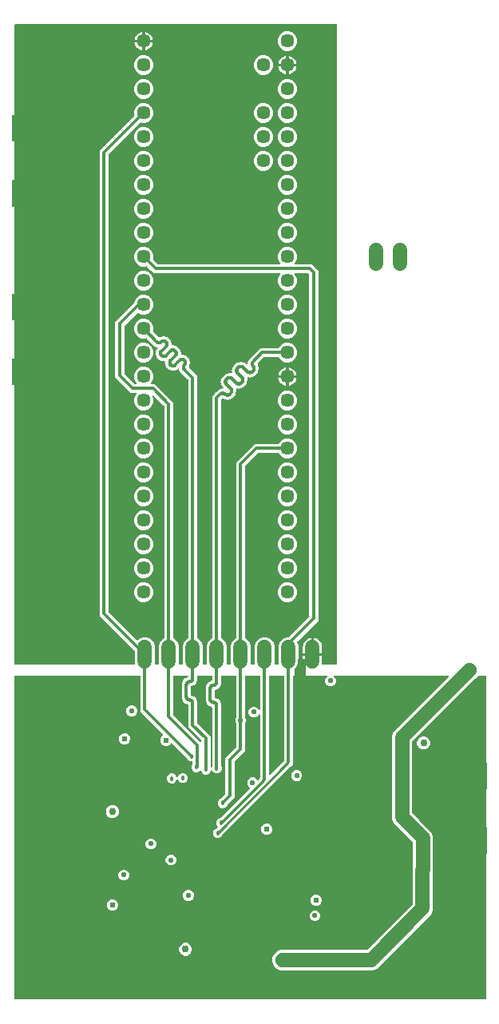
<source format=gbl>
G04 EAGLE Gerber RS-274X export*
G75*
%MOMM*%
%FSLAX34Y34*%
%LPD*%
%INBottom Copper*%
%IPPOS*%
%AMOC8*
5,1,8,0,0,1.08239X$1,22.5*%
G01*
%ADD10R,2.540000X8.382000*%
%ADD11C,1.524000*%
%ADD12R,5.080000X1.270000*%
%ADD13C,1.447800*%
%ADD14C,1.500000*%
%ADD15C,0.457200*%
%ADD16C,0.558800*%
%ADD17C,5.080000*%
%ADD18C,1.524000*%
%ADD19C,0.355600*%
%ADD20C,0.254000*%
%ADD21C,0.553200*%
%ADD22C,0.762000*%
%ADD23C,0.603200*%

G36*
X503448Y-21586D02*
X503448Y-21586D01*
X503467Y-21588D01*
X503569Y-21566D01*
X503671Y-21550D01*
X503688Y-21540D01*
X503708Y-21536D01*
X503797Y-21483D01*
X503888Y-21434D01*
X503902Y-21420D01*
X503919Y-21410D01*
X503986Y-21331D01*
X504058Y-21256D01*
X504066Y-21238D01*
X504079Y-21223D01*
X504118Y-21127D01*
X504161Y-21033D01*
X504163Y-21013D01*
X504171Y-20995D01*
X504189Y-20828D01*
X504189Y134494D01*
X504190Y134494D01*
X504308Y134509D01*
X504427Y134516D01*
X504465Y134529D01*
X504506Y134534D01*
X504616Y134577D01*
X504729Y134614D01*
X504764Y134636D01*
X504801Y134651D01*
X504897Y134721D01*
X504998Y134784D01*
X505026Y134814D01*
X505059Y134837D01*
X505135Y134929D01*
X505216Y135016D01*
X505236Y135051D01*
X505261Y135082D01*
X505312Y135190D01*
X505370Y135294D01*
X505380Y135334D01*
X505397Y135370D01*
X505419Y135487D01*
X505449Y135602D01*
X505453Y135663D01*
X505457Y135683D01*
X505455Y135703D01*
X505459Y135763D01*
X505459Y159512D01*
X505444Y159630D01*
X505437Y159749D01*
X505424Y159787D01*
X505419Y159828D01*
X505376Y159938D01*
X505339Y160051D01*
X505317Y160086D01*
X505302Y160123D01*
X505233Y160219D01*
X505169Y160320D01*
X505139Y160348D01*
X505116Y160381D01*
X505024Y160457D01*
X504937Y160538D01*
X504902Y160558D01*
X504871Y160583D01*
X504763Y160634D01*
X504659Y160692D01*
X504619Y160702D01*
X504583Y160719D01*
X504466Y160741D01*
X504351Y160771D01*
X504291Y160775D01*
X504271Y160779D01*
X504250Y160777D01*
X504190Y160781D01*
X504189Y160781D01*
X504189Y201423D01*
X504190Y201423D01*
X504308Y201438D01*
X504427Y201445D01*
X504465Y201458D01*
X504506Y201463D01*
X504616Y201506D01*
X504729Y201543D01*
X504764Y201565D01*
X504801Y201580D01*
X504897Y201650D01*
X504998Y201713D01*
X505026Y201743D01*
X505059Y201766D01*
X505135Y201858D01*
X505216Y201945D01*
X505236Y201980D01*
X505261Y202011D01*
X505312Y202119D01*
X505370Y202223D01*
X505380Y202263D01*
X505397Y202299D01*
X505419Y202416D01*
X505449Y202531D01*
X505453Y202592D01*
X505457Y202612D01*
X505455Y202632D01*
X505459Y202692D01*
X505459Y226441D01*
X505444Y226559D01*
X505437Y226678D01*
X505424Y226716D01*
X505419Y226757D01*
X505376Y226867D01*
X505339Y226980D01*
X505317Y227015D01*
X505302Y227052D01*
X505233Y227148D01*
X505169Y227249D01*
X505139Y227277D01*
X505116Y227310D01*
X505024Y227386D01*
X504937Y227467D01*
X504902Y227487D01*
X504871Y227512D01*
X504763Y227563D01*
X504659Y227621D01*
X504619Y227631D01*
X504583Y227648D01*
X504466Y227670D01*
X504351Y227700D01*
X504291Y227704D01*
X504271Y227708D01*
X504250Y227706D01*
X504190Y227710D01*
X504189Y227710D01*
X504189Y321310D01*
X504186Y321330D01*
X504188Y321349D01*
X504166Y321451D01*
X504150Y321553D01*
X504140Y321570D01*
X504136Y321590D01*
X504083Y321679D01*
X504034Y321770D01*
X504020Y321784D01*
X504010Y321801D01*
X503931Y321868D01*
X503856Y321940D01*
X503838Y321948D01*
X503823Y321961D01*
X503727Y322000D01*
X503633Y322043D01*
X503613Y322045D01*
X503595Y322053D01*
X503428Y322071D01*
X496151Y322071D01*
X496036Y322052D01*
X495920Y322035D01*
X495915Y322033D01*
X495909Y322032D01*
X495806Y321977D01*
X495701Y321924D01*
X495697Y321919D01*
X495691Y321916D01*
X495611Y321832D01*
X495529Y321748D01*
X495525Y321742D01*
X495522Y321738D01*
X495514Y321721D01*
X495459Y321621D01*
X492346Y318509D01*
X492346Y318508D01*
X425928Y252090D01*
X425875Y252016D01*
X425815Y251946D01*
X425803Y251916D01*
X425784Y251890D01*
X425757Y251803D01*
X425723Y251718D01*
X425719Y251677D01*
X425712Y251655D01*
X425713Y251623D01*
X425705Y251552D01*
X425705Y176425D01*
X425719Y176335D01*
X425727Y176244D01*
X425739Y176214D01*
X425744Y176182D01*
X425787Y176101D01*
X425823Y176017D01*
X425849Y175985D01*
X425860Y175965D01*
X425883Y175942D01*
X425928Y175887D01*
X432877Y168937D01*
X432931Y168899D01*
X432977Y168853D01*
X433003Y168839D01*
X446179Y155663D01*
X447803Y151742D01*
X447803Y113688D01*
X447607Y113215D01*
X447592Y113151D01*
X447567Y113090D01*
X447558Y113007D01*
X447551Y112975D01*
X447552Y112956D01*
X447549Y112924D01*
X447549Y72808D01*
X445925Y68887D01*
X391422Y14384D01*
X388313Y11275D01*
X384392Y9651D01*
X286168Y9651D01*
X282247Y11275D01*
X279245Y14277D01*
X277621Y18198D01*
X277621Y22442D01*
X279245Y26363D01*
X282247Y29365D01*
X286168Y30989D01*
X377536Y30989D01*
X377626Y31003D01*
X377717Y31011D01*
X377746Y31023D01*
X377778Y31028D01*
X377859Y31071D01*
X377943Y31107D01*
X377975Y31133D01*
X377996Y31144D01*
X378018Y31167D01*
X378074Y31212D01*
X425988Y79126D01*
X426031Y79186D01*
X426072Y79229D01*
X426079Y79244D01*
X426101Y79270D01*
X426113Y79300D01*
X426132Y79326D01*
X426159Y79413D01*
X426166Y79430D01*
X426176Y79452D01*
X426176Y79457D01*
X426193Y79498D01*
X426197Y79539D01*
X426204Y79561D01*
X426203Y79593D01*
X426211Y79664D01*
X426211Y117678D01*
X426407Y118152D01*
X426422Y118216D01*
X426447Y118276D01*
X426456Y118359D01*
X426463Y118391D01*
X426462Y118411D01*
X426465Y118443D01*
X426465Y144885D01*
X426451Y144975D01*
X426443Y145066D01*
X426431Y145096D01*
X426426Y145128D01*
X426383Y145209D01*
X426347Y145293D01*
X426321Y145325D01*
X426310Y145345D01*
X426287Y145368D01*
X426242Y145423D01*
X421071Y150595D01*
X421017Y150633D01*
X420971Y150679D01*
X420945Y150693D01*
X405991Y165647D01*
X404367Y169568D01*
X404367Y258408D01*
X405991Y262329D01*
X409100Y265437D01*
X409100Y265438D01*
X464434Y320772D01*
X464476Y320830D01*
X464525Y320882D01*
X464547Y320929D01*
X464577Y320971D01*
X464598Y321040D01*
X464629Y321105D01*
X464634Y321157D01*
X464650Y321207D01*
X464648Y321278D01*
X464656Y321349D01*
X464645Y321400D01*
X464643Y321452D01*
X464619Y321520D01*
X464604Y321590D01*
X464577Y321635D01*
X464559Y321683D01*
X464514Y321739D01*
X464477Y321801D01*
X464438Y321835D01*
X464405Y321875D01*
X464345Y321914D01*
X464290Y321961D01*
X464242Y321980D01*
X464198Y322008D01*
X464129Y322026D01*
X464062Y322053D01*
X463991Y322061D01*
X463960Y322069D01*
X463936Y322067D01*
X463896Y322071D01*
X343310Y322071D01*
X343239Y322060D01*
X343167Y322058D01*
X343118Y322040D01*
X343067Y322032D01*
X343004Y321998D01*
X342936Y321973D01*
X342896Y321941D01*
X342850Y321916D01*
X342800Y321865D01*
X342744Y321820D01*
X342716Y321776D01*
X342680Y321738D01*
X342650Y321673D01*
X342611Y321613D01*
X342599Y321562D01*
X342577Y321515D01*
X342569Y321444D01*
X342551Y321374D01*
X342555Y321322D01*
X342550Y321271D01*
X342565Y321200D01*
X342570Y321129D01*
X342591Y321081D01*
X342602Y321030D01*
X342639Y320969D01*
X342667Y320903D01*
X342712Y320847D01*
X342728Y320819D01*
X342746Y320804D01*
X342772Y320772D01*
X344019Y319524D01*
X344905Y317387D01*
X344905Y315073D01*
X344019Y312936D01*
X342384Y311301D01*
X340247Y310415D01*
X337933Y310415D01*
X335796Y311301D01*
X334161Y312936D01*
X333275Y315073D01*
X333275Y317387D01*
X334161Y319524D01*
X335408Y320772D01*
X335450Y320830D01*
X335500Y320882D01*
X335522Y320929D01*
X335552Y320971D01*
X335573Y321040D01*
X335603Y321105D01*
X335609Y321157D01*
X335624Y321207D01*
X335622Y321278D01*
X335630Y321349D01*
X335619Y321400D01*
X335618Y321452D01*
X335593Y321520D01*
X335578Y321590D01*
X335551Y321634D01*
X335534Y321683D01*
X335489Y321739D01*
X335452Y321801D01*
X335412Y321835D01*
X335380Y321875D01*
X335320Y321914D01*
X335265Y321961D01*
X335217Y321980D01*
X335173Y322008D01*
X335103Y322026D01*
X335037Y322053D01*
X334966Y322061D01*
X334934Y322069D01*
X334911Y322067D01*
X334870Y322071D01*
X313181Y322071D01*
X313181Y339090D01*
X313178Y339110D01*
X313180Y339129D01*
X313158Y339231D01*
X313142Y339333D01*
X313132Y339350D01*
X313128Y339370D01*
X313075Y339459D01*
X313026Y339550D01*
X313012Y339564D01*
X313002Y339581D01*
X312923Y339648D01*
X312848Y339720D01*
X312830Y339728D01*
X312815Y339741D01*
X312719Y339780D01*
X312625Y339823D01*
X312605Y339825D01*
X312587Y339833D01*
X312420Y339851D01*
X309879Y339851D01*
X309879Y342647D01*
X319278Y342647D01*
X319298Y342650D01*
X319317Y342648D01*
X319419Y342670D01*
X319521Y342687D01*
X319538Y342696D01*
X319558Y342700D01*
X319647Y342753D01*
X319738Y342802D01*
X319752Y342816D01*
X319769Y342826D01*
X319836Y342905D01*
X319907Y342980D01*
X319916Y342998D01*
X319929Y343013D01*
X319967Y343109D01*
X320011Y343203D01*
X320013Y343223D01*
X320021Y343241D01*
X320039Y343408D01*
X320039Y344171D01*
X320041Y344171D01*
X320041Y343408D01*
X320044Y343388D01*
X320042Y343369D01*
X320064Y343267D01*
X320081Y343165D01*
X320090Y343148D01*
X320094Y343128D01*
X320147Y343039D01*
X320196Y342948D01*
X320210Y342934D01*
X320220Y342917D01*
X320299Y342850D01*
X320374Y342779D01*
X320392Y342770D01*
X320407Y342757D01*
X320503Y342718D01*
X320597Y342675D01*
X320617Y342673D01*
X320635Y342665D01*
X320802Y342647D01*
X330201Y342647D01*
X330201Y335750D01*
X329944Y334129D01*
X329944Y334049D01*
X329936Y333971D01*
X329945Y333927D01*
X329945Y333883D01*
X329971Y333808D01*
X329988Y333730D01*
X330011Y333692D01*
X330025Y333650D01*
X330073Y333587D01*
X330114Y333519D01*
X330148Y333490D01*
X330175Y333455D01*
X330241Y333411D01*
X330301Y333359D01*
X330342Y333343D01*
X330379Y333318D01*
X330455Y333297D01*
X330529Y333267D01*
X330587Y333261D01*
X330616Y333253D01*
X330644Y333255D01*
X330696Y333249D01*
X345440Y333249D01*
X345460Y333252D01*
X345479Y333250D01*
X345581Y333272D01*
X345683Y333289D01*
X345700Y333298D01*
X345720Y333302D01*
X345809Y333355D01*
X345900Y333404D01*
X345914Y333418D01*
X345931Y333428D01*
X345998Y333507D01*
X346070Y333582D01*
X346078Y333600D01*
X346091Y333615D01*
X346130Y333711D01*
X346173Y333805D01*
X346175Y333825D01*
X346183Y333843D01*
X346201Y334010D01*
X346201Y1011428D01*
X346198Y1011448D01*
X346200Y1011467D01*
X346178Y1011569D01*
X346162Y1011671D01*
X346152Y1011688D01*
X346148Y1011708D01*
X346095Y1011797D01*
X346046Y1011888D01*
X346032Y1011902D01*
X346022Y1011919D01*
X345943Y1011986D01*
X345868Y1012058D01*
X345850Y1012066D01*
X345835Y1012079D01*
X345739Y1012118D01*
X345645Y1012161D01*
X345625Y1012163D01*
X345607Y1012171D01*
X345440Y1012189D01*
X4572Y1012189D01*
X4552Y1012186D01*
X4533Y1012188D01*
X4431Y1012166D01*
X4329Y1012150D01*
X4312Y1012140D01*
X4292Y1012136D01*
X4203Y1012083D01*
X4112Y1012034D01*
X4098Y1012020D01*
X4081Y1012010D01*
X4014Y1011931D01*
X3942Y1011856D01*
X3934Y1011838D01*
X3921Y1011823D01*
X3882Y1011727D01*
X3839Y1011633D01*
X3837Y1011613D01*
X3829Y1011595D01*
X3811Y1011428D01*
X3811Y914018D01*
X2540Y914018D01*
X2422Y914003D01*
X2303Y913996D01*
X2265Y913983D01*
X2224Y913978D01*
X2114Y913935D01*
X2001Y913898D01*
X1966Y913876D01*
X1929Y913861D01*
X1833Y913792D01*
X1732Y913728D01*
X1704Y913698D01*
X1671Y913675D01*
X1596Y913583D01*
X1514Y913496D01*
X1494Y913461D01*
X1469Y913430D01*
X1418Y913322D01*
X1360Y913218D01*
X1350Y913178D01*
X1333Y913142D01*
X1311Y913025D01*
X1281Y912910D01*
X1277Y912850D01*
X1273Y912830D01*
X1275Y912809D01*
X1271Y912749D01*
X1271Y889000D01*
X1286Y888882D01*
X1293Y888763D01*
X1306Y888725D01*
X1311Y888684D01*
X1354Y888574D01*
X1391Y888461D01*
X1413Y888426D01*
X1428Y888389D01*
X1498Y888293D01*
X1561Y888192D01*
X1591Y888164D01*
X1614Y888131D01*
X1706Y888056D01*
X1793Y887974D01*
X1828Y887954D01*
X1859Y887929D01*
X1967Y887878D01*
X2071Y887820D01*
X2111Y887810D01*
X2147Y887793D01*
X2264Y887771D01*
X2379Y887741D01*
X2440Y887737D01*
X2460Y887733D01*
X2480Y887735D01*
X2540Y887731D01*
X3811Y887731D01*
X3811Y847089D01*
X2540Y847089D01*
X2422Y847074D01*
X2303Y847067D01*
X2265Y847054D01*
X2224Y847049D01*
X2114Y847006D01*
X2001Y846969D01*
X1966Y846947D01*
X1929Y846932D01*
X1833Y846863D01*
X1732Y846799D01*
X1704Y846769D01*
X1671Y846746D01*
X1596Y846654D01*
X1514Y846567D01*
X1494Y846532D01*
X1469Y846501D01*
X1418Y846393D01*
X1360Y846289D01*
X1350Y846249D01*
X1333Y846213D01*
X1311Y846096D01*
X1281Y845981D01*
X1277Y845921D01*
X1273Y845901D01*
X1275Y845880D01*
X1271Y845820D01*
X1271Y822071D01*
X1286Y821953D01*
X1293Y821834D01*
X1306Y821796D01*
X1311Y821755D01*
X1354Y821645D01*
X1391Y821532D01*
X1413Y821497D01*
X1428Y821460D01*
X1498Y821364D01*
X1561Y821263D01*
X1591Y821235D01*
X1614Y821202D01*
X1706Y821127D01*
X1793Y821045D01*
X1828Y821025D01*
X1859Y821000D01*
X1967Y820949D01*
X2071Y820891D01*
X2111Y820881D01*
X2147Y820864D01*
X2264Y820842D01*
X2379Y820812D01*
X2440Y820808D01*
X2460Y820804D01*
X2480Y820806D01*
X2540Y820802D01*
X3811Y820802D01*
X3811Y724788D01*
X2540Y724788D01*
X2422Y724773D01*
X2303Y724766D01*
X2265Y724753D01*
X2224Y724748D01*
X2114Y724705D01*
X2001Y724668D01*
X1966Y724646D01*
X1929Y724631D01*
X1833Y724562D01*
X1732Y724498D01*
X1704Y724468D01*
X1671Y724445D01*
X1596Y724353D01*
X1514Y724266D01*
X1494Y724231D01*
X1469Y724200D01*
X1418Y724092D01*
X1360Y723988D01*
X1350Y723948D01*
X1333Y723912D01*
X1311Y723795D01*
X1281Y723680D01*
X1277Y723620D01*
X1273Y723600D01*
X1275Y723579D01*
X1271Y723519D01*
X1271Y699770D01*
X1286Y699652D01*
X1293Y699533D01*
X1306Y699495D01*
X1311Y699454D01*
X1354Y699344D01*
X1391Y699231D01*
X1413Y699196D01*
X1428Y699159D01*
X1498Y699063D01*
X1561Y698962D01*
X1591Y698934D01*
X1614Y698901D01*
X1706Y698826D01*
X1793Y698744D01*
X1828Y698724D01*
X1859Y698699D01*
X1967Y698648D01*
X2071Y698590D01*
X2111Y698580D01*
X2147Y698563D01*
X2264Y698541D01*
X2379Y698511D01*
X2440Y698507D01*
X2460Y698503D01*
X2480Y698505D01*
X2540Y698501D01*
X3811Y698501D01*
X3811Y657859D01*
X2540Y657859D01*
X2422Y657844D01*
X2303Y657837D01*
X2265Y657824D01*
X2224Y657819D01*
X2114Y657776D01*
X2001Y657739D01*
X1966Y657717D01*
X1929Y657702D01*
X1833Y657633D01*
X1732Y657569D01*
X1704Y657539D01*
X1671Y657516D01*
X1596Y657424D01*
X1514Y657337D01*
X1494Y657302D01*
X1469Y657271D01*
X1418Y657163D01*
X1360Y657059D01*
X1350Y657019D01*
X1333Y656983D01*
X1311Y656866D01*
X1281Y656751D01*
X1277Y656691D01*
X1273Y656671D01*
X1275Y656650D01*
X1271Y656590D01*
X1271Y632841D01*
X1286Y632723D01*
X1293Y632604D01*
X1306Y632566D01*
X1311Y632525D01*
X1354Y632415D01*
X1391Y632302D01*
X1413Y632267D01*
X1428Y632230D01*
X1498Y632134D01*
X1561Y632033D01*
X1591Y632005D01*
X1614Y631972D01*
X1706Y631897D01*
X1793Y631815D01*
X1828Y631795D01*
X1859Y631770D01*
X1967Y631719D01*
X2071Y631661D01*
X2111Y631651D01*
X2147Y631634D01*
X2264Y631612D01*
X2379Y631582D01*
X2440Y631578D01*
X2460Y631574D01*
X2480Y631576D01*
X2540Y631572D01*
X3811Y631572D01*
X3811Y334010D01*
X3814Y333990D01*
X3812Y333971D01*
X3834Y333869D01*
X3850Y333767D01*
X3860Y333750D01*
X3864Y333730D01*
X3917Y333641D01*
X3966Y333550D01*
X3980Y333536D01*
X3990Y333519D01*
X4069Y333452D01*
X4144Y333381D01*
X4162Y333372D01*
X4177Y333359D01*
X4273Y333320D01*
X4367Y333277D01*
X4387Y333275D01*
X4405Y333267D01*
X4572Y333249D01*
X130920Y333249D01*
X130966Y333256D01*
X131012Y333254D01*
X131086Y333276D01*
X131163Y333289D01*
X131204Y333310D01*
X131248Y333323D01*
X131312Y333367D01*
X131381Y333404D01*
X131412Y333437D01*
X131450Y333463D01*
X131496Y333525D01*
X131550Y333582D01*
X131569Y333624D01*
X131597Y333660D01*
X131621Y333734D01*
X131654Y333805D01*
X131659Y333851D01*
X131673Y333894D01*
X131672Y333972D01*
X131681Y334049D01*
X131671Y334094D01*
X131670Y334140D01*
X131632Y334272D01*
X131628Y334290D01*
X131626Y334294D01*
X131624Y334301D01*
X131571Y334428D01*
X131571Y347697D01*
X131557Y347787D01*
X131549Y347878D01*
X131537Y347908D01*
X131532Y347940D01*
X131489Y348021D01*
X131453Y348105D01*
X131427Y348137D01*
X131416Y348158D01*
X131393Y348180D01*
X131384Y348191D01*
X131377Y348203D01*
X131369Y348210D01*
X131348Y348236D01*
X94233Y385351D01*
X94233Y878299D01*
X97284Y881350D01*
X130737Y914803D01*
X130805Y914898D01*
X130875Y914992D01*
X130877Y914998D01*
X130881Y915003D01*
X130915Y915114D01*
X130951Y915226D01*
X130951Y915232D01*
X130953Y915238D01*
X130950Y915355D01*
X130949Y915472D01*
X130947Y915479D01*
X130947Y915484D01*
X130940Y915501D01*
X130902Y915633D01*
X130682Y916164D01*
X130682Y920256D01*
X132248Y924038D01*
X135142Y926932D01*
X138924Y928498D01*
X143016Y928498D01*
X146798Y926932D01*
X149692Y924038D01*
X151258Y920256D01*
X151258Y916164D01*
X149692Y912382D01*
X146798Y909488D01*
X143016Y907922D01*
X138924Y907922D01*
X138393Y908142D01*
X138279Y908169D01*
X138166Y908197D01*
X138159Y908197D01*
X138153Y908198D01*
X138037Y908187D01*
X137920Y908178D01*
X137915Y908176D01*
X137908Y908175D01*
X137801Y908127D01*
X137694Y908082D01*
X137688Y908077D01*
X137684Y908075D01*
X137670Y908063D01*
X137563Y907977D01*
X104110Y874524D01*
X104057Y874450D01*
X103997Y874380D01*
X103985Y874350D01*
X103966Y874324D01*
X103939Y874237D01*
X103905Y874152D01*
X103901Y874111D01*
X103894Y874089D01*
X103895Y874057D01*
X103887Y873985D01*
X103887Y389665D01*
X103901Y389575D01*
X103909Y389484D01*
X103921Y389454D01*
X103926Y389422D01*
X103969Y389341D01*
X104005Y389257D01*
X104031Y389225D01*
X104042Y389205D01*
X104065Y389182D01*
X104110Y389126D01*
X133761Y359475D01*
X133777Y359464D01*
X133789Y359448D01*
X133877Y359392D01*
X133961Y359332D01*
X133979Y359326D01*
X133996Y359315D01*
X134097Y359290D01*
X134196Y359259D01*
X134216Y359260D01*
X134235Y359255D01*
X134338Y359263D01*
X134441Y359266D01*
X134460Y359273D01*
X134480Y359274D01*
X134575Y359315D01*
X134673Y359350D01*
X134688Y359363D01*
X134706Y359370D01*
X134837Y359475D01*
X136197Y360835D01*
X140118Y362459D01*
X144362Y362459D01*
X148283Y360835D01*
X151285Y357833D01*
X152909Y353912D01*
X152909Y334428D01*
X152856Y334301D01*
X152846Y334257D01*
X152826Y334215D01*
X152818Y334138D01*
X152800Y334062D01*
X152804Y334016D01*
X152799Y333971D01*
X152816Y333894D01*
X152823Y333817D01*
X152842Y333775D01*
X152852Y333730D01*
X152892Y333663D01*
X152923Y333592D01*
X152954Y333559D01*
X152978Y333519D01*
X153037Y333468D01*
X153090Y333411D01*
X153130Y333389D01*
X153165Y333359D01*
X153237Y333330D01*
X153305Y333293D01*
X153350Y333284D01*
X153393Y333267D01*
X153529Y333252D01*
X153547Y333249D01*
X153552Y333250D01*
X153560Y333249D01*
X156320Y333249D01*
X156366Y333256D01*
X156412Y333254D01*
X156486Y333276D01*
X156563Y333289D01*
X156604Y333310D01*
X156648Y333323D01*
X156712Y333367D01*
X156781Y333404D01*
X156812Y333437D01*
X156850Y333463D01*
X156896Y333525D01*
X156950Y333582D01*
X156969Y333624D01*
X156997Y333660D01*
X157021Y333734D01*
X157054Y333805D01*
X157059Y333851D01*
X157073Y333894D01*
X157072Y333972D01*
X157081Y334049D01*
X157071Y334094D01*
X157070Y334140D01*
X157032Y334272D01*
X157028Y334290D01*
X157026Y334294D01*
X157024Y334301D01*
X156971Y334428D01*
X156971Y353912D01*
X158595Y357833D01*
X161597Y360835D01*
X162343Y361144D01*
X162443Y361205D01*
X162543Y361265D01*
X162547Y361270D01*
X162552Y361273D01*
X162627Y361363D01*
X162703Y361452D01*
X162705Y361458D01*
X162709Y361463D01*
X162751Y361571D01*
X162795Y361680D01*
X162796Y361688D01*
X162797Y361693D01*
X162798Y361711D01*
X162813Y361847D01*
X162813Y607285D01*
X162799Y607375D01*
X162791Y607466D01*
X162779Y607496D01*
X162774Y607528D01*
X162731Y607609D01*
X162695Y607693D01*
X162669Y607725D01*
X162658Y607745D01*
X162635Y607768D01*
X162629Y607775D01*
X162620Y607790D01*
X162611Y607798D01*
X162590Y607824D01*
X151348Y619066D01*
X151269Y619123D01*
X151194Y619185D01*
X151169Y619195D01*
X151148Y619210D01*
X151055Y619238D01*
X150964Y619273D01*
X150938Y619274D01*
X150913Y619282D01*
X150815Y619280D01*
X150718Y619284D01*
X150693Y619276D01*
X150667Y619276D01*
X150575Y619242D01*
X150482Y619215D01*
X150461Y619200D01*
X150436Y619191D01*
X150360Y619130D01*
X150280Y619075D01*
X150264Y619054D01*
X150244Y619038D01*
X150191Y618956D01*
X150133Y618878D01*
X150125Y618853D01*
X150111Y618831D01*
X150087Y618736D01*
X150057Y618644D01*
X150057Y618618D01*
X150051Y618592D01*
X150058Y618495D01*
X150059Y618398D01*
X150068Y618366D01*
X150070Y618347D01*
X150083Y618317D01*
X150106Y618237D01*
X151258Y615456D01*
X151258Y611364D01*
X149692Y607582D01*
X146798Y604688D01*
X143016Y603122D01*
X138924Y603122D01*
X135142Y604688D01*
X132248Y607582D01*
X130682Y611364D01*
X130682Y615456D01*
X132248Y619238D01*
X132995Y619984D01*
X133037Y620042D01*
X133086Y620094D01*
X133108Y620141D01*
X133138Y620183D01*
X133159Y620252D01*
X133190Y620317D01*
X133195Y620369D01*
X133211Y620419D01*
X133209Y620490D01*
X133217Y620561D01*
X133206Y620612D01*
X133204Y620664D01*
X133180Y620732D01*
X133164Y620802D01*
X133138Y620846D01*
X133120Y620895D01*
X133075Y620951D01*
X133038Y621013D01*
X132999Y621047D01*
X132966Y621087D01*
X132906Y621126D01*
X132851Y621173D01*
X132803Y621192D01*
X132759Y621220D01*
X132690Y621238D01*
X132623Y621265D01*
X132552Y621273D01*
X132521Y621281D01*
X132497Y621279D01*
X132456Y621283D01*
X127541Y621283D01*
X110743Y638081D01*
X110743Y696689D01*
X130459Y716405D01*
X130505Y716469D01*
X130526Y716491D01*
X130530Y716500D01*
X130572Y716549D01*
X130584Y716579D01*
X130603Y716605D01*
X130630Y716692D01*
X130664Y716777D01*
X130668Y716818D01*
X130675Y716840D01*
X130674Y716872D01*
X130682Y716944D01*
X130682Y717056D01*
X132248Y720838D01*
X135142Y723732D01*
X138924Y725298D01*
X143016Y725298D01*
X146798Y723732D01*
X149692Y720838D01*
X151258Y717056D01*
X151258Y712964D01*
X149692Y709182D01*
X146798Y706288D01*
X143016Y704722D01*
X138924Y704722D01*
X135142Y706288D01*
X135107Y706324D01*
X135091Y706336D01*
X135078Y706351D01*
X134991Y706407D01*
X134907Y706468D01*
X134888Y706474D01*
X134871Y706484D01*
X134771Y706510D01*
X134672Y706540D01*
X134652Y706540D01*
X134633Y706544D01*
X134530Y706536D01*
X134426Y706534D01*
X134407Y706527D01*
X134387Y706525D01*
X134293Y706485D01*
X134195Y706449D01*
X134179Y706437D01*
X134161Y706429D01*
X134030Y706324D01*
X120620Y692914D01*
X120567Y692840D01*
X120507Y692770D01*
X120495Y692740D01*
X120476Y692714D01*
X120449Y692627D01*
X120415Y692542D01*
X120411Y692501D01*
X120404Y692479D01*
X120405Y692447D01*
X120397Y692375D01*
X120397Y642395D01*
X120411Y642305D01*
X120419Y642214D01*
X120431Y642184D01*
X120436Y642152D01*
X120479Y642071D01*
X120515Y641987D01*
X120541Y641955D01*
X120552Y641935D01*
X120575Y641912D01*
X120620Y641856D01*
X131316Y631160D01*
X131390Y631107D01*
X131460Y631047D01*
X131490Y631035D01*
X131516Y631016D01*
X131603Y630989D01*
X131688Y630955D01*
X131729Y630951D01*
X131751Y630944D01*
X131783Y630945D01*
X131855Y630937D01*
X132456Y630937D01*
X132527Y630948D01*
X132599Y630950D01*
X132648Y630968D01*
X132699Y630976D01*
X132762Y631010D01*
X132830Y631035D01*
X132870Y631067D01*
X132917Y631092D01*
X132966Y631144D01*
X133022Y631188D01*
X133050Y631232D01*
X133086Y631270D01*
X133116Y631335D01*
X133155Y631395D01*
X133168Y631446D01*
X133190Y631493D01*
X133197Y631564D01*
X133215Y631634D01*
X133211Y631686D01*
X133217Y631737D01*
X133201Y631808D01*
X133196Y631879D01*
X133175Y631927D01*
X133164Y631978D01*
X133128Y632039D01*
X133099Y632105D01*
X133055Y632161D01*
X133038Y632189D01*
X133020Y632204D01*
X132995Y632236D01*
X132248Y632982D01*
X130682Y636764D01*
X130682Y640856D01*
X132248Y644638D01*
X135142Y647532D01*
X138924Y649098D01*
X143016Y649098D01*
X146798Y647532D01*
X149692Y644638D01*
X151258Y640856D01*
X151258Y636764D01*
X149692Y632982D01*
X148945Y632236D01*
X148903Y632178D01*
X148854Y632126D01*
X148832Y632079D01*
X148802Y632037D01*
X148781Y631968D01*
X148750Y631903D01*
X148745Y631851D01*
X148729Y631801D01*
X148731Y631730D01*
X148723Y631659D01*
X148734Y631608D01*
X148736Y631556D01*
X148760Y631488D01*
X148776Y631418D01*
X148802Y631373D01*
X148820Y631325D01*
X148865Y631269D01*
X148902Y631207D01*
X148941Y631173D01*
X148974Y631133D01*
X149034Y631094D01*
X149089Y631047D01*
X149137Y631028D01*
X149181Y631000D01*
X149250Y630982D01*
X149317Y630955D01*
X149388Y630947D01*
X149419Y630939D01*
X149443Y630941D01*
X149484Y630937D01*
X153129Y630937D01*
X172467Y611599D01*
X172467Y361847D01*
X172486Y361732D01*
X172503Y361616D01*
X172505Y361610D01*
X172506Y361604D01*
X172561Y361502D01*
X172614Y361397D01*
X172619Y361392D01*
X172622Y361387D01*
X172706Y361307D01*
X172790Y361225D01*
X172796Y361221D01*
X172800Y361218D01*
X172817Y361210D01*
X172937Y361144D01*
X173683Y360835D01*
X176685Y357833D01*
X178309Y353912D01*
X178309Y334428D01*
X178256Y334301D01*
X178246Y334257D01*
X178226Y334215D01*
X178218Y334138D01*
X178200Y334062D01*
X178204Y334016D01*
X178199Y333971D01*
X178216Y333894D01*
X178223Y333817D01*
X178242Y333775D01*
X178252Y333730D01*
X178292Y333663D01*
X178323Y333592D01*
X178354Y333559D01*
X178378Y333519D01*
X178437Y333468D01*
X178490Y333411D01*
X178530Y333389D01*
X178565Y333359D01*
X178637Y333330D01*
X178705Y333293D01*
X178750Y333284D01*
X178793Y333267D01*
X178929Y333252D01*
X178947Y333249D01*
X178952Y333250D01*
X178960Y333249D01*
X181720Y333249D01*
X181766Y333256D01*
X181812Y333254D01*
X181886Y333276D01*
X181963Y333289D01*
X182004Y333310D01*
X182048Y333323D01*
X182112Y333367D01*
X182181Y333404D01*
X182212Y333437D01*
X182250Y333463D01*
X182296Y333525D01*
X182350Y333582D01*
X182369Y333624D01*
X182397Y333660D01*
X182421Y333734D01*
X182454Y333805D01*
X182459Y333851D01*
X182473Y333894D01*
X182472Y333972D01*
X182481Y334049D01*
X182471Y334094D01*
X182470Y334140D01*
X182432Y334272D01*
X182428Y334290D01*
X182426Y334294D01*
X182424Y334301D01*
X182371Y334428D01*
X182371Y353912D01*
X183995Y357833D01*
X186997Y360835D01*
X187743Y361144D01*
X187843Y361205D01*
X187943Y361265D01*
X187947Y361270D01*
X187952Y361273D01*
X188027Y361363D01*
X188103Y361452D01*
X188105Y361458D01*
X188109Y361463D01*
X188151Y361571D01*
X188195Y361680D01*
X188196Y361688D01*
X188197Y361693D01*
X188198Y361711D01*
X188213Y361847D01*
X188213Y635225D01*
X188199Y635315D01*
X188191Y635406D01*
X188179Y635436D01*
X188174Y635468D01*
X188131Y635549D01*
X188095Y635633D01*
X188069Y635665D01*
X188058Y635685D01*
X188035Y635708D01*
X187990Y635764D01*
X179285Y644469D01*
X178644Y646862D01*
X178604Y646949D01*
X178572Y647039D01*
X178554Y647061D01*
X178542Y647087D01*
X178478Y647156D01*
X178418Y647231D01*
X178394Y647246D01*
X178375Y647267D01*
X178291Y647312D01*
X178211Y647364D01*
X178184Y647371D01*
X178159Y647384D01*
X178065Y647401D01*
X177973Y647424D01*
X177944Y647422D01*
X177917Y647427D01*
X177822Y647412D01*
X177727Y647405D01*
X177701Y647394D01*
X177673Y647389D01*
X177588Y647346D01*
X177501Y647308D01*
X177473Y647286D01*
X177455Y647277D01*
X177432Y647253D01*
X177370Y647204D01*
X176346Y646179D01*
X172105Y645043D01*
X167864Y646179D01*
X167798Y646245D01*
X167667Y646376D01*
X164609Y649434D01*
X163473Y653675D01*
X163567Y654025D01*
X163576Y654119D01*
X163593Y654213D01*
X163589Y654241D01*
X163591Y654269D01*
X163570Y654362D01*
X163556Y654456D01*
X163543Y654482D01*
X163536Y654509D01*
X163487Y654590D01*
X163443Y654675D01*
X163423Y654695D01*
X163408Y654719D01*
X163335Y654780D01*
X163266Y654846D01*
X163241Y654859D01*
X163219Y654877D01*
X163131Y654911D01*
X163045Y654952D01*
X163016Y654956D01*
X162990Y654966D01*
X162895Y654971D01*
X162800Y654982D01*
X162765Y654977D01*
X162745Y654978D01*
X162713Y654969D01*
X162635Y654957D01*
X162285Y654863D01*
X158044Y655999D01*
X157978Y656065D01*
X157844Y656199D01*
X154789Y659254D01*
X153653Y663495D01*
X154789Y667736D01*
X155814Y668760D01*
X155869Y668837D01*
X155930Y668911D01*
X155941Y668937D01*
X155957Y668960D01*
X155985Y669051D01*
X156020Y669140D01*
X156021Y669168D01*
X156030Y669195D01*
X156027Y669290D01*
X156032Y669385D01*
X156024Y669412D01*
X156023Y669441D01*
X155990Y669530D01*
X155964Y669622D01*
X155948Y669645D01*
X155939Y669672D01*
X155879Y669746D01*
X155825Y669825D01*
X155803Y669842D01*
X155785Y669864D01*
X155705Y669915D01*
X155629Y669973D01*
X155596Y669985D01*
X155578Y669997D01*
X155546Y670005D01*
X155472Y670034D01*
X153079Y670675D01*
X144377Y679377D01*
X144282Y679446D01*
X144188Y679515D01*
X144182Y679517D01*
X144177Y679521D01*
X144065Y679555D01*
X143954Y679591D01*
X143948Y679591D01*
X143942Y679593D01*
X143825Y679590D01*
X143708Y679589D01*
X143701Y679587D01*
X143696Y679587D01*
X143679Y679580D01*
X143547Y679542D01*
X143016Y679322D01*
X138924Y679322D01*
X135142Y680888D01*
X132248Y683782D01*
X130682Y687564D01*
X130682Y691656D01*
X132248Y695438D01*
X135142Y698332D01*
X138924Y699898D01*
X143016Y699898D01*
X146798Y698332D01*
X149692Y695438D01*
X151258Y691656D01*
X151258Y687564D01*
X151038Y687033D01*
X151011Y686919D01*
X150983Y686806D01*
X150983Y686799D01*
X150982Y686793D01*
X150993Y686677D01*
X151002Y686560D01*
X151004Y686555D01*
X151005Y686548D01*
X151053Y686441D01*
X151098Y686334D01*
X151103Y686328D01*
X151105Y686324D01*
X151117Y686310D01*
X151203Y686203D01*
X156781Y680625D01*
X156798Y680613D01*
X156810Y680597D01*
X156898Y680541D01*
X156981Y680481D01*
X157000Y680475D01*
X157017Y680464D01*
X157118Y680439D01*
X157216Y680409D01*
X157236Y680409D01*
X157256Y680404D01*
X157359Y680412D01*
X157462Y680415D01*
X157481Y680422D01*
X157501Y680423D01*
X157596Y680464D01*
X157693Y680499D01*
X157709Y680512D01*
X157727Y680520D01*
X157858Y680625D01*
X157923Y680689D01*
X157923Y680690D01*
X157934Y680701D01*
X162175Y681837D01*
X166416Y680701D01*
X166482Y680635D01*
X168036Y679081D01*
X168036Y679080D01*
X169670Y677446D01*
X170807Y673205D01*
X170713Y672856D01*
X170704Y672761D01*
X170687Y672667D01*
X170691Y672639D01*
X170689Y672611D01*
X170710Y672518D01*
X170724Y672424D01*
X170737Y672399D01*
X170744Y672371D01*
X170793Y672290D01*
X170837Y672205D01*
X170857Y672185D01*
X170872Y672161D01*
X170945Y672100D01*
X171014Y672034D01*
X171039Y672022D01*
X171061Y672003D01*
X171149Y671969D01*
X171235Y671928D01*
X171264Y671924D01*
X171290Y671914D01*
X171385Y671909D01*
X171480Y671898D01*
X171515Y671903D01*
X171535Y671902D01*
X171567Y671911D01*
X171645Y671923D01*
X171995Y672017D01*
X176236Y670881D01*
X179401Y667715D01*
X179425Y667691D01*
X179491Y667626D01*
X180627Y663385D01*
X180533Y663035D01*
X180524Y662941D01*
X180507Y662847D01*
X180512Y662819D01*
X180509Y662791D01*
X180530Y662698D01*
X180544Y662603D01*
X180557Y662578D01*
X180564Y662551D01*
X180613Y662470D01*
X180657Y662385D01*
X180677Y662365D01*
X180692Y662341D01*
X180765Y662280D01*
X180834Y662214D01*
X180859Y662201D01*
X180881Y662183D01*
X180969Y662149D01*
X181056Y662108D01*
X181084Y662104D01*
X181110Y662094D01*
X181205Y662089D01*
X181300Y662078D01*
X181335Y662083D01*
X181356Y662082D01*
X181387Y662091D01*
X181466Y662103D01*
X181815Y662197D01*
X186056Y661060D01*
X187680Y659437D01*
X189245Y657872D01*
X189311Y657806D01*
X190447Y653565D01*
X189311Y649324D01*
X189300Y649313D01*
X189235Y649248D01*
X189223Y649232D01*
X189207Y649219D01*
X189151Y649132D01*
X189091Y649048D01*
X189085Y649029D01*
X189074Y649012D01*
X189049Y648912D01*
X189019Y648813D01*
X189019Y648793D01*
X189014Y648774D01*
X189022Y648671D01*
X189025Y648567D01*
X189032Y648549D01*
X189033Y648529D01*
X189074Y648434D01*
X189109Y648336D01*
X189122Y648321D01*
X189130Y648302D01*
X189235Y648171D01*
X197867Y639539D01*
X197867Y361847D01*
X197886Y361732D01*
X197903Y361616D01*
X197905Y361610D01*
X197906Y361604D01*
X197961Y361502D01*
X198014Y361397D01*
X198019Y361392D01*
X198022Y361387D01*
X198106Y361307D01*
X198190Y361225D01*
X198196Y361221D01*
X198200Y361218D01*
X198217Y361210D01*
X198337Y361144D01*
X199083Y360835D01*
X202085Y357833D01*
X203709Y353912D01*
X203709Y334428D01*
X203656Y334301D01*
X203646Y334257D01*
X203626Y334215D01*
X203618Y334138D01*
X203600Y334062D01*
X203604Y334016D01*
X203599Y333971D01*
X203616Y333894D01*
X203623Y333817D01*
X203642Y333775D01*
X203652Y333730D01*
X203692Y333663D01*
X203723Y333592D01*
X203754Y333559D01*
X203778Y333519D01*
X203837Y333468D01*
X203890Y333411D01*
X203930Y333389D01*
X203965Y333359D01*
X204037Y333330D01*
X204105Y333293D01*
X204150Y333284D01*
X204193Y333267D01*
X204329Y333252D01*
X204347Y333249D01*
X204352Y333250D01*
X204360Y333249D01*
X207120Y333249D01*
X207166Y333256D01*
X207212Y333254D01*
X207286Y333276D01*
X207363Y333289D01*
X207404Y333310D01*
X207448Y333323D01*
X207512Y333367D01*
X207581Y333404D01*
X207612Y333437D01*
X207650Y333463D01*
X207696Y333525D01*
X207750Y333582D01*
X207769Y333624D01*
X207797Y333660D01*
X207821Y333734D01*
X207854Y333805D01*
X207859Y333851D01*
X207873Y333894D01*
X207872Y333972D01*
X207881Y334049D01*
X207871Y334094D01*
X207870Y334140D01*
X207832Y334272D01*
X207828Y334290D01*
X207826Y334294D01*
X207824Y334301D01*
X207771Y334428D01*
X207771Y353912D01*
X209395Y357833D01*
X212397Y360835D01*
X213143Y361144D01*
X213243Y361205D01*
X213343Y361265D01*
X213347Y361270D01*
X213352Y361273D01*
X213427Y361363D01*
X213503Y361452D01*
X213505Y361458D01*
X213509Y361463D01*
X213551Y361571D01*
X213595Y361680D01*
X213596Y361688D01*
X213597Y361693D01*
X213598Y361711D01*
X213613Y361847D01*
X213613Y617949D01*
X216664Y621000D01*
X217600Y621936D01*
X217739Y622075D01*
X220789Y625125D01*
X224828Y626207D01*
X224915Y626246D01*
X225004Y626279D01*
X225026Y626297D01*
X225052Y626308D01*
X225122Y626373D01*
X225196Y626433D01*
X225211Y626457D01*
X225232Y626476D01*
X225277Y626559D01*
X225329Y626640D01*
X225336Y626667D01*
X225349Y626692D01*
X225366Y626786D01*
X225389Y626878D01*
X225387Y626906D01*
X225392Y626934D01*
X225377Y627029D01*
X225370Y627123D01*
X225359Y627149D01*
X225355Y627177D01*
X225311Y627262D01*
X225274Y627350D01*
X225251Y627378D01*
X225242Y627396D01*
X225218Y627419D01*
X225169Y627481D01*
X223638Y629012D01*
X222502Y633252D01*
X223638Y637493D01*
X227936Y641791D01*
X232176Y642927D01*
X233951Y642452D01*
X234046Y642442D01*
X234140Y642426D01*
X234168Y642430D01*
X234196Y642427D01*
X234289Y642448D01*
X234383Y642463D01*
X234408Y642476D01*
X234436Y642482D01*
X234517Y642532D01*
X234602Y642575D01*
X234621Y642596D01*
X234645Y642610D01*
X234706Y642684D01*
X234773Y642752D01*
X234785Y642777D01*
X234803Y642799D01*
X234838Y642888D01*
X234879Y642974D01*
X234882Y643002D01*
X234893Y643028D01*
X234897Y643123D01*
X234909Y643218D01*
X234903Y643253D01*
X234904Y643274D01*
X234895Y643305D01*
X234883Y643384D01*
X234408Y645159D01*
X235544Y649399D01*
X236653Y650508D01*
X236785Y650640D01*
X239842Y653697D01*
X244083Y654833D01*
X248323Y653697D01*
X249854Y652166D01*
X249932Y652110D01*
X250005Y652049D01*
X250031Y652039D01*
X250054Y652023D01*
X250145Y651995D01*
X250234Y651960D01*
X250262Y651959D01*
X250289Y651950D01*
X250384Y651953D01*
X250479Y651948D01*
X250507Y651956D01*
X250535Y651957D01*
X250624Y651989D01*
X250716Y652015D01*
X250739Y652031D01*
X250766Y652041D01*
X250840Y652101D01*
X250919Y652155D01*
X250936Y652177D01*
X250958Y652195D01*
X251009Y652275D01*
X251067Y652351D01*
X251080Y652384D01*
X251091Y652402D01*
X251099Y652434D01*
X251128Y652507D01*
X252210Y656546D01*
X264701Y669037D01*
X283725Y669037D01*
X283840Y669056D01*
X283956Y669073D01*
X283962Y669075D01*
X283968Y669076D01*
X284071Y669131D01*
X284175Y669184D01*
X284180Y669189D01*
X284185Y669192D01*
X284265Y669276D01*
X284348Y669360D01*
X284351Y669366D01*
X284355Y669370D01*
X284363Y669387D01*
X284429Y669507D01*
X284648Y670038D01*
X287542Y672932D01*
X291324Y674498D01*
X295416Y674498D01*
X299198Y672932D01*
X302092Y670038D01*
X303658Y666256D01*
X303658Y662164D01*
X302092Y658382D01*
X299198Y655488D01*
X295416Y653922D01*
X291324Y653922D01*
X287542Y655488D01*
X284648Y658382D01*
X284429Y658913D01*
X284367Y659013D01*
X284307Y659113D01*
X284302Y659117D01*
X284299Y659122D01*
X284209Y659197D01*
X284120Y659273D01*
X284114Y659275D01*
X284109Y659279D01*
X284001Y659321D01*
X283892Y659365D01*
X283884Y659366D01*
X283880Y659367D01*
X283862Y659368D01*
X283725Y659383D01*
X269015Y659383D01*
X268925Y659369D01*
X268834Y659361D01*
X268804Y659349D01*
X268772Y659344D01*
X268691Y659301D01*
X268607Y659265D01*
X268575Y659239D01*
X268555Y659228D01*
X268532Y659205D01*
X268476Y659160D01*
X262160Y652844D01*
X262148Y652827D01*
X262132Y652815D01*
X262076Y652728D01*
X262016Y652644D01*
X262010Y652625D01*
X261999Y652608D01*
X261974Y652507D01*
X261944Y652409D01*
X261944Y652389D01*
X261939Y652369D01*
X261947Y652266D01*
X261950Y652163D01*
X261957Y652144D01*
X261958Y652124D01*
X261999Y652029D01*
X262034Y651932D01*
X262047Y651916D01*
X262055Y651898D01*
X262138Y651794D01*
X263276Y647546D01*
X262140Y643305D01*
X261669Y642834D01*
X261031Y642196D01*
X259807Y640972D01*
X257842Y639007D01*
X253602Y637871D01*
X251827Y638346D01*
X251732Y638356D01*
X251638Y638372D01*
X251610Y638368D01*
X251582Y638371D01*
X251489Y638350D01*
X251395Y638335D01*
X251370Y638322D01*
X251343Y638316D01*
X251261Y638266D01*
X251177Y638222D01*
X251157Y638202D01*
X251133Y638187D01*
X251072Y638114D01*
X251005Y638046D01*
X250993Y638021D01*
X250975Y637999D01*
X250940Y637910D01*
X250899Y637824D01*
X250896Y637796D01*
X250886Y637770D01*
X250881Y637675D01*
X250869Y637580D01*
X250875Y637545D01*
X250874Y637524D01*
X250883Y637492D01*
X250895Y637414D01*
X251370Y635639D01*
X250234Y631399D01*
X247068Y628233D01*
X247045Y628210D01*
X245936Y627101D01*
X241695Y625965D01*
X239921Y626440D01*
X239826Y626450D01*
X239732Y626466D01*
X239704Y626462D01*
X239676Y626465D01*
X239583Y626443D01*
X239489Y626429D01*
X239464Y626416D01*
X239436Y626410D01*
X239355Y626360D01*
X239270Y626316D01*
X239251Y626296D01*
X239227Y626281D01*
X239165Y626208D01*
X239099Y626140D01*
X239087Y626114D01*
X239069Y626093D01*
X239034Y626004D01*
X238993Y625918D01*
X238990Y625890D01*
X238979Y625864D01*
X238975Y625768D01*
X238963Y625674D01*
X238969Y625639D01*
X238968Y625618D01*
X238977Y625586D01*
X238989Y625508D01*
X239464Y623733D01*
X238328Y619493D01*
X236407Y617572D01*
X235139Y616304D01*
X234968Y616133D01*
X234968Y616132D01*
X234030Y615195D01*
X229789Y614058D01*
X225545Y615196D01*
X225539Y615203D01*
X225452Y615258D01*
X225368Y615319D01*
X225349Y615325D01*
X225332Y615336D01*
X225232Y615361D01*
X225133Y615391D01*
X225113Y615391D01*
X225094Y615396D01*
X224991Y615388D01*
X224887Y615385D01*
X224869Y615378D01*
X224848Y615376D01*
X224753Y615336D01*
X224656Y615301D01*
X224641Y615288D01*
X224622Y615280D01*
X224491Y615175D01*
X224426Y615110D01*
X223490Y614174D01*
X223437Y614100D01*
X223377Y614030D01*
X223365Y614000D01*
X223346Y613974D01*
X223319Y613887D01*
X223285Y613802D01*
X223281Y613761D01*
X223274Y613739D01*
X223275Y613707D01*
X223267Y613635D01*
X223267Y361847D01*
X223286Y361732D01*
X223303Y361616D01*
X223305Y361610D01*
X223306Y361604D01*
X223361Y361502D01*
X223414Y361397D01*
X223419Y361392D01*
X223422Y361387D01*
X223506Y361307D01*
X223590Y361225D01*
X223596Y361221D01*
X223600Y361218D01*
X223617Y361210D01*
X223737Y361144D01*
X224483Y360835D01*
X227485Y357833D01*
X229109Y353912D01*
X229109Y334428D01*
X229056Y334301D01*
X229046Y334257D01*
X229026Y334215D01*
X229018Y334138D01*
X229000Y334062D01*
X229004Y334016D01*
X228999Y333971D01*
X229016Y333894D01*
X229023Y333817D01*
X229042Y333775D01*
X229052Y333730D01*
X229092Y333663D01*
X229123Y333592D01*
X229154Y333559D01*
X229178Y333519D01*
X229237Y333468D01*
X229290Y333411D01*
X229330Y333389D01*
X229365Y333359D01*
X229437Y333330D01*
X229505Y333293D01*
X229550Y333284D01*
X229593Y333267D01*
X229729Y333252D01*
X229747Y333249D01*
X229752Y333250D01*
X229760Y333249D01*
X232520Y333249D01*
X232566Y333256D01*
X232612Y333254D01*
X232686Y333276D01*
X232763Y333289D01*
X232804Y333310D01*
X232848Y333323D01*
X232912Y333367D01*
X232981Y333404D01*
X233012Y333437D01*
X233050Y333463D01*
X233096Y333525D01*
X233150Y333582D01*
X233169Y333624D01*
X233197Y333660D01*
X233221Y333734D01*
X233254Y333805D01*
X233259Y333851D01*
X233273Y333894D01*
X233272Y333972D01*
X233281Y334049D01*
X233271Y334094D01*
X233270Y334140D01*
X233232Y334272D01*
X233228Y334290D01*
X233226Y334294D01*
X233224Y334301D01*
X233171Y334428D01*
X233171Y353912D01*
X234795Y357833D01*
X237797Y360835D01*
X238543Y361144D01*
X238643Y361205D01*
X238743Y361265D01*
X238747Y361270D01*
X238752Y361273D01*
X238827Y361363D01*
X238903Y361452D01*
X238905Y361458D01*
X238909Y361463D01*
X238951Y361571D01*
X238995Y361680D01*
X238996Y361688D01*
X238997Y361693D01*
X238998Y361711D01*
X239013Y361847D01*
X239013Y548099D01*
X258351Y567437D01*
X283725Y567437D01*
X283840Y567456D01*
X283956Y567473D01*
X283962Y567475D01*
X283968Y567476D01*
X284071Y567531D01*
X284175Y567584D01*
X284180Y567589D01*
X284185Y567592D01*
X284265Y567676D01*
X284348Y567760D01*
X284351Y567766D01*
X284355Y567770D01*
X284363Y567787D01*
X284429Y567907D01*
X284648Y568438D01*
X287542Y571332D01*
X291324Y572898D01*
X295416Y572898D01*
X299198Y571332D01*
X302092Y568438D01*
X303658Y564656D01*
X303658Y560564D01*
X302092Y556782D01*
X299198Y553888D01*
X295416Y552322D01*
X291324Y552322D01*
X287542Y553888D01*
X284648Y556782D01*
X284429Y557313D01*
X284367Y557413D01*
X284307Y557513D01*
X284302Y557517D01*
X284299Y557522D01*
X284209Y557597D01*
X284120Y557673D01*
X284114Y557675D01*
X284109Y557679D01*
X284001Y557721D01*
X283892Y557765D01*
X283884Y557766D01*
X283880Y557767D01*
X283862Y557768D01*
X283725Y557783D01*
X262665Y557783D01*
X262575Y557769D01*
X262484Y557761D01*
X262454Y557749D01*
X262422Y557744D01*
X262341Y557701D01*
X262257Y557665D01*
X262225Y557639D01*
X262205Y557628D01*
X262182Y557605D01*
X262126Y557560D01*
X248890Y544324D01*
X248837Y544250D01*
X248777Y544180D01*
X248765Y544150D01*
X248746Y544124D01*
X248719Y544037D01*
X248685Y543952D01*
X248681Y543911D01*
X248674Y543889D01*
X248675Y543857D01*
X248667Y543785D01*
X248667Y361847D01*
X248686Y361732D01*
X248703Y361616D01*
X248705Y361610D01*
X248706Y361604D01*
X248761Y361502D01*
X248814Y361397D01*
X248819Y361392D01*
X248822Y361387D01*
X248906Y361307D01*
X248990Y361225D01*
X248996Y361221D01*
X249000Y361218D01*
X249017Y361210D01*
X249137Y361144D01*
X249883Y360835D01*
X252885Y357833D01*
X254509Y353912D01*
X254509Y334428D01*
X254456Y334301D01*
X254446Y334257D01*
X254426Y334215D01*
X254418Y334138D01*
X254400Y334062D01*
X254404Y334016D01*
X254399Y333971D01*
X254416Y333894D01*
X254423Y333817D01*
X254442Y333775D01*
X254452Y333730D01*
X254492Y333663D01*
X254523Y333592D01*
X254554Y333559D01*
X254578Y333519D01*
X254637Y333468D01*
X254690Y333411D01*
X254730Y333389D01*
X254765Y333359D01*
X254837Y333330D01*
X254905Y333293D01*
X254950Y333284D01*
X254993Y333267D01*
X255129Y333252D01*
X255147Y333249D01*
X255152Y333250D01*
X255160Y333249D01*
X257920Y333249D01*
X257966Y333256D01*
X258012Y333254D01*
X258086Y333276D01*
X258163Y333289D01*
X258204Y333310D01*
X258248Y333323D01*
X258312Y333367D01*
X258381Y333404D01*
X258412Y333437D01*
X258450Y333463D01*
X258496Y333525D01*
X258550Y333582D01*
X258569Y333624D01*
X258597Y333660D01*
X258621Y333734D01*
X258654Y333805D01*
X258659Y333851D01*
X258673Y333894D01*
X258672Y333972D01*
X258681Y334049D01*
X258671Y334094D01*
X258670Y334140D01*
X258632Y334272D01*
X258628Y334290D01*
X258626Y334294D01*
X258624Y334301D01*
X258571Y334428D01*
X258571Y353912D01*
X260195Y357833D01*
X263197Y360835D01*
X267118Y362459D01*
X271362Y362459D01*
X275283Y360835D01*
X278285Y357833D01*
X279909Y353912D01*
X279909Y334428D01*
X279856Y334301D01*
X279846Y334257D01*
X279826Y334215D01*
X279818Y334138D01*
X279800Y334062D01*
X279804Y334016D01*
X279799Y333971D01*
X279816Y333894D01*
X279823Y333817D01*
X279842Y333775D01*
X279852Y333730D01*
X279892Y333663D01*
X279923Y333592D01*
X279954Y333559D01*
X279978Y333519D01*
X280037Y333468D01*
X280090Y333411D01*
X280130Y333389D01*
X280165Y333359D01*
X280237Y333330D01*
X280305Y333293D01*
X280350Y333284D01*
X280393Y333267D01*
X280529Y333252D01*
X280547Y333249D01*
X280552Y333250D01*
X280560Y333249D01*
X283320Y333249D01*
X283366Y333256D01*
X283412Y333254D01*
X283486Y333276D01*
X283563Y333289D01*
X283604Y333310D01*
X283648Y333323D01*
X283712Y333367D01*
X283781Y333404D01*
X283812Y333437D01*
X283850Y333463D01*
X283896Y333525D01*
X283950Y333582D01*
X283969Y333624D01*
X283997Y333660D01*
X284021Y333734D01*
X284054Y333805D01*
X284059Y333851D01*
X284073Y333894D01*
X284072Y333972D01*
X284081Y334049D01*
X284071Y334094D01*
X284070Y334140D01*
X284032Y334272D01*
X284028Y334290D01*
X284026Y334294D01*
X284024Y334301D01*
X283971Y334428D01*
X283971Y353912D01*
X285595Y357833D01*
X288597Y360835D01*
X292518Y362459D01*
X294357Y362459D01*
X294447Y362473D01*
X294538Y362481D01*
X294568Y362493D01*
X294600Y362498D01*
X294681Y362541D01*
X294765Y362577D01*
X294797Y362603D01*
X294817Y362614D01*
X294840Y362637D01*
X294896Y362682D01*
X316260Y384046D01*
X316313Y384120D01*
X316373Y384190D01*
X316385Y384220D01*
X316404Y384246D01*
X316431Y384333D01*
X316465Y384418D01*
X316469Y384459D01*
X316476Y384481D01*
X316475Y384513D01*
X316483Y384585D01*
X316483Y746985D01*
X316469Y747075D01*
X316461Y747166D01*
X316449Y747196D01*
X316444Y747228D01*
X316401Y747309D01*
X316365Y747393D01*
X316339Y747425D01*
X316328Y747445D01*
X316305Y747468D01*
X316260Y747524D01*
X315724Y748060D01*
X315650Y748113D01*
X315580Y748173D01*
X315550Y748185D01*
X315524Y748204D01*
X315437Y748231D01*
X315352Y748265D01*
X315311Y748269D01*
X315289Y748276D01*
X315257Y748275D01*
X315185Y748283D01*
X301884Y748283D01*
X301813Y748272D01*
X301741Y748270D01*
X301692Y748252D01*
X301641Y748244D01*
X301578Y748210D01*
X301510Y748185D01*
X301470Y748153D01*
X301423Y748128D01*
X301374Y748076D01*
X301318Y748032D01*
X301290Y747988D01*
X301254Y747950D01*
X301224Y747885D01*
X301185Y747825D01*
X301172Y747774D01*
X301150Y747727D01*
X301143Y747656D01*
X301125Y747586D01*
X301129Y747534D01*
X301123Y747483D01*
X301139Y747412D01*
X301144Y747341D01*
X301165Y747293D01*
X301176Y747242D01*
X301212Y747181D01*
X301241Y747115D01*
X301285Y747059D01*
X301302Y747031D01*
X301320Y747016D01*
X301345Y746984D01*
X302092Y746238D01*
X303658Y742456D01*
X303658Y738364D01*
X302092Y734582D01*
X299198Y731688D01*
X295416Y730122D01*
X291324Y730122D01*
X287542Y731688D01*
X284648Y734582D01*
X283082Y738364D01*
X283082Y742456D01*
X284648Y746238D01*
X285395Y746984D01*
X285437Y747042D01*
X285486Y747094D01*
X285508Y747141D01*
X285538Y747183D01*
X285559Y747252D01*
X285590Y747317D01*
X285595Y747369D01*
X285611Y747419D01*
X285609Y747490D01*
X285617Y747561D01*
X285606Y747612D01*
X285604Y747664D01*
X285580Y747732D01*
X285564Y747802D01*
X285538Y747847D01*
X285520Y747895D01*
X285475Y747951D01*
X285438Y748013D01*
X285399Y748047D01*
X285366Y748087D01*
X285306Y748126D01*
X285251Y748173D01*
X285203Y748192D01*
X285159Y748220D01*
X285090Y748238D01*
X285023Y748265D01*
X284952Y748273D01*
X284921Y748281D01*
X284897Y748279D01*
X284856Y748283D01*
X151671Y748283D01*
X148620Y751334D01*
X144377Y755577D01*
X144282Y755646D01*
X144188Y755715D01*
X144182Y755717D01*
X144177Y755721D01*
X144065Y755755D01*
X143954Y755791D01*
X143948Y755791D01*
X143942Y755793D01*
X143825Y755790D01*
X143708Y755789D01*
X143701Y755787D01*
X143696Y755787D01*
X143679Y755780D01*
X143547Y755742D01*
X143016Y755522D01*
X138924Y755522D01*
X135142Y757088D01*
X132248Y759982D01*
X130682Y763764D01*
X130682Y767856D01*
X132248Y771638D01*
X135142Y774532D01*
X138924Y776098D01*
X143016Y776098D01*
X146798Y774532D01*
X149692Y771638D01*
X151258Y767856D01*
X151258Y763764D01*
X151038Y763233D01*
X151011Y763119D01*
X150983Y763006D01*
X150983Y762999D01*
X150982Y762993D01*
X150993Y762877D01*
X151002Y762760D01*
X151004Y762755D01*
X151005Y762748D01*
X151053Y762641D01*
X151098Y762534D01*
X151103Y762528D01*
X151105Y762524D01*
X151117Y762510D01*
X151203Y762403D01*
X155446Y758160D01*
X155520Y758107D01*
X155590Y758047D01*
X155620Y758035D01*
X155646Y758016D01*
X155733Y757989D01*
X155818Y757955D01*
X155859Y757951D01*
X155881Y757944D01*
X155913Y757945D01*
X155985Y757937D01*
X284856Y757937D01*
X284927Y757948D01*
X284999Y757950D01*
X285048Y757968D01*
X285099Y757976D01*
X285162Y758010D01*
X285230Y758035D01*
X285270Y758067D01*
X285317Y758092D01*
X285366Y758144D01*
X285422Y758188D01*
X285450Y758232D01*
X285486Y758270D01*
X285516Y758335D01*
X285555Y758395D01*
X285568Y758446D01*
X285590Y758493D01*
X285597Y758564D01*
X285615Y758634D01*
X285611Y758686D01*
X285617Y758737D01*
X285601Y758808D01*
X285596Y758879D01*
X285575Y758927D01*
X285564Y758978D01*
X285528Y759039D01*
X285499Y759105D01*
X285455Y759161D01*
X285438Y759189D01*
X285420Y759204D01*
X285395Y759236D01*
X284648Y759982D01*
X283082Y763764D01*
X283082Y767856D01*
X284648Y771638D01*
X287542Y774532D01*
X291324Y776098D01*
X295416Y776098D01*
X299198Y774532D01*
X302092Y771638D01*
X303658Y767856D01*
X303658Y763764D01*
X302092Y759982D01*
X301345Y759236D01*
X301303Y759178D01*
X301254Y759126D01*
X301232Y759079D01*
X301202Y759037D01*
X301181Y758968D01*
X301150Y758903D01*
X301145Y758851D01*
X301129Y758801D01*
X301131Y758730D01*
X301123Y758659D01*
X301134Y758608D01*
X301136Y758556D01*
X301160Y758488D01*
X301176Y758418D01*
X301202Y758373D01*
X301220Y758325D01*
X301265Y758269D01*
X301302Y758207D01*
X301341Y758173D01*
X301374Y758133D01*
X301434Y758094D01*
X301489Y758047D01*
X301537Y758028D01*
X301581Y758000D01*
X301650Y757982D01*
X301717Y757955D01*
X301788Y757947D01*
X301819Y757939D01*
X301843Y757941D01*
X301884Y757937D01*
X319499Y757937D01*
X326137Y751299D01*
X326137Y380271D01*
X304049Y358183D01*
X303981Y358089D01*
X303911Y357994D01*
X303909Y357988D01*
X303905Y357983D01*
X303871Y357872D01*
X303834Y357760D01*
X303834Y357754D01*
X303833Y357748D01*
X303836Y357631D01*
X303837Y357514D01*
X303839Y357507D01*
X303839Y357502D01*
X303845Y357484D01*
X303884Y357353D01*
X305309Y353912D01*
X305309Y339851D01*
X305054Y339851D01*
X305034Y339848D01*
X305015Y339850D01*
X304913Y339828D01*
X304811Y339812D01*
X304794Y339802D01*
X304774Y339798D01*
X304685Y339745D01*
X304594Y339696D01*
X304580Y339682D01*
X304563Y339672D01*
X304496Y339593D01*
X304424Y339518D01*
X304416Y339500D01*
X304403Y339485D01*
X304364Y339389D01*
X304321Y339295D01*
X304319Y339275D01*
X304311Y339257D01*
X304293Y339090D01*
X304293Y334630D01*
X302823Y331082D01*
X301722Y329981D01*
X301669Y329907D01*
X301609Y329837D01*
X301597Y329807D01*
X301578Y329781D01*
X301551Y329694D01*
X301517Y329609D01*
X301513Y329568D01*
X301506Y329546D01*
X301507Y329514D01*
X301499Y329442D01*
X301499Y322071D01*
X300228Y322071D01*
X300208Y322068D01*
X300189Y322070D01*
X300087Y322048D01*
X299985Y322032D01*
X299968Y322022D01*
X299948Y322018D01*
X299859Y321965D01*
X299768Y321916D01*
X299754Y321902D01*
X299737Y321892D01*
X299670Y321813D01*
X299598Y321738D01*
X299590Y321720D01*
X299577Y321705D01*
X299538Y321609D01*
X299495Y321515D01*
X299493Y321495D01*
X299485Y321477D01*
X299467Y321310D01*
X299467Y227871D01*
X296639Y225043D01*
X296236Y225043D01*
X296146Y225029D01*
X296055Y225021D01*
X296025Y225009D01*
X295993Y225004D01*
X295913Y224961D01*
X295829Y224925D01*
X295797Y224899D01*
X295776Y224888D01*
X295754Y224865D01*
X295698Y224820D01*
X225268Y154390D01*
X225215Y154316D01*
X225155Y154247D01*
X225143Y154217D01*
X225124Y154190D01*
X225097Y154103D01*
X225063Y154019D01*
X225059Y153978D01*
X225052Y153955D01*
X225053Y153923D01*
X225049Y153889D01*
X224233Y151918D01*
X222732Y150417D01*
X220771Y149605D01*
X218649Y149605D01*
X216688Y150417D01*
X215187Y151918D01*
X214375Y153879D01*
X214375Y156001D01*
X215187Y157962D01*
X216688Y159463D01*
X218667Y160282D01*
X218712Y160289D01*
X218803Y160297D01*
X218833Y160309D01*
X218865Y160314D01*
X218945Y160357D01*
X219029Y160393D01*
X219061Y160419D01*
X219082Y160430D01*
X219104Y160453D01*
X219160Y160498D01*
X219331Y160668D01*
X219342Y160684D01*
X219358Y160697D01*
X219414Y160784D01*
X219474Y160868D01*
X219480Y160887D01*
X219491Y160904D01*
X219516Y161004D01*
X219547Y161103D01*
X219546Y161123D01*
X219551Y161142D01*
X219543Y161245D01*
X219540Y161349D01*
X219533Y161368D01*
X219532Y161388D01*
X219491Y161483D01*
X219456Y161580D01*
X219443Y161596D01*
X219436Y161614D01*
X219331Y161745D01*
X218600Y162476D01*
X217788Y164436D01*
X217788Y166559D01*
X218600Y168519D01*
X220101Y170020D01*
X222079Y170840D01*
X222124Y170847D01*
X222215Y170854D01*
X222245Y170867D01*
X222277Y170872D01*
X222358Y170915D01*
X222442Y170950D01*
X222474Y170976D01*
X222494Y170987D01*
X222517Y171010D01*
X222573Y171055D01*
X253587Y202070D01*
X253614Y202107D01*
X253648Y202138D01*
X253686Y202207D01*
X253731Y202270D01*
X253744Y202313D01*
X253767Y202354D01*
X253780Y202430D01*
X253803Y202505D01*
X253802Y202551D01*
X253810Y202596D01*
X253799Y202673D01*
X253797Y202751D01*
X253781Y202794D01*
X253774Y202839D01*
X253739Y202909D01*
X253712Y202982D01*
X253684Y203018D01*
X253663Y203058D01*
X253607Y203113D01*
X253559Y203174D01*
X253520Y203199D01*
X253487Y203231D01*
X253368Y203296D01*
X253352Y203307D01*
X253347Y203308D01*
X253340Y203312D01*
X253246Y203351D01*
X251611Y204986D01*
X250725Y207123D01*
X250725Y209437D01*
X251611Y211574D01*
X253246Y213209D01*
X255383Y214095D01*
X257697Y214095D01*
X259834Y213209D01*
X261469Y211574D01*
X261508Y211480D01*
X261533Y211441D01*
X261548Y211397D01*
X261597Y211337D01*
X261638Y211271D01*
X261673Y211241D01*
X261702Y211205D01*
X261768Y211163D01*
X261828Y211114D01*
X261870Y211097D01*
X261909Y211072D01*
X261985Y211053D01*
X262057Y211026D01*
X262103Y211024D01*
X262148Y211012D01*
X262225Y211018D01*
X262303Y211015D01*
X262347Y211028D01*
X262393Y211032D01*
X262464Y211062D01*
X262539Y211084D01*
X262577Y211110D01*
X262619Y211128D01*
X262726Y211213D01*
X262741Y211224D01*
X262744Y211228D01*
X262750Y211233D01*
X263395Y211878D01*
X263449Y211952D01*
X263508Y212021D01*
X263520Y212051D01*
X263539Y212078D01*
X263566Y212165D01*
X263600Y212249D01*
X263604Y212290D01*
X263611Y212313D01*
X263610Y212345D01*
X263618Y212416D01*
X263618Y212819D01*
X264190Y213391D01*
X264243Y213465D01*
X264303Y213535D01*
X264315Y213565D01*
X264334Y213591D01*
X264361Y213678D01*
X264395Y213763D01*
X264399Y213804D01*
X264406Y213826D01*
X264405Y213858D01*
X264413Y213930D01*
X264413Y280130D01*
X264398Y280226D01*
X264388Y280323D01*
X264378Y280347D01*
X264374Y280373D01*
X264328Y280459D01*
X264288Y280548D01*
X264271Y280567D01*
X264258Y280590D01*
X264188Y280657D01*
X264122Y280729D01*
X264099Y280741D01*
X264080Y280760D01*
X263992Y280801D01*
X263906Y280847D01*
X263881Y280852D01*
X263857Y280863D01*
X263760Y280874D01*
X263664Y280891D01*
X263638Y280887D01*
X263613Y280890D01*
X263518Y280870D01*
X263421Y280855D01*
X263398Y280844D01*
X263372Y280838D01*
X263289Y280788D01*
X263202Y280744D01*
X263183Y280725D01*
X263161Y280712D01*
X263098Y280638D01*
X263030Y280568D01*
X263014Y280540D01*
X263001Y280525D01*
X262989Y280494D01*
X262949Y280421D01*
X262739Y279916D01*
X261104Y278281D01*
X258967Y277395D01*
X256653Y277395D01*
X254516Y278281D01*
X252881Y279916D01*
X251995Y282053D01*
X251995Y284367D01*
X252881Y286504D01*
X254516Y288139D01*
X256653Y289025D01*
X258967Y289025D01*
X261104Y288139D01*
X262739Y286504D01*
X262949Y285999D01*
X263000Y285916D01*
X263046Y285830D01*
X263065Y285812D01*
X263078Y285790D01*
X263153Y285728D01*
X263224Y285660D01*
X263248Y285649D01*
X263268Y285633D01*
X263359Y285598D01*
X263447Y285557D01*
X263473Y285554D01*
X263497Y285545D01*
X263595Y285540D01*
X263691Y285530D01*
X263717Y285535D01*
X263743Y285534D01*
X263837Y285561D01*
X263932Y285582D01*
X263954Y285595D01*
X263979Y285603D01*
X264059Y285658D01*
X264143Y285708D01*
X264160Y285728D01*
X264181Y285743D01*
X264239Y285821D01*
X264303Y285895D01*
X264313Y285919D01*
X264328Y285940D01*
X264358Y286033D01*
X264395Y286123D01*
X264398Y286156D01*
X264404Y286174D01*
X264404Y286207D01*
X264413Y286290D01*
X264413Y321310D01*
X264410Y321330D01*
X264412Y321349D01*
X264390Y321451D01*
X264374Y321553D01*
X264364Y321570D01*
X264360Y321590D01*
X264307Y321679D01*
X264258Y321770D01*
X264244Y321784D01*
X264234Y321801D01*
X264155Y321868D01*
X264080Y321940D01*
X264062Y321948D01*
X264047Y321961D01*
X263951Y322000D01*
X263857Y322043D01*
X263837Y322045D01*
X263819Y322053D01*
X263652Y322071D01*
X249428Y322071D01*
X249408Y322068D01*
X249389Y322070D01*
X249287Y322048D01*
X249185Y322032D01*
X249168Y322022D01*
X249148Y322018D01*
X249059Y321965D01*
X248968Y321916D01*
X248954Y321902D01*
X248937Y321892D01*
X248870Y321813D01*
X248798Y321738D01*
X248790Y321720D01*
X248777Y321705D01*
X248738Y321609D01*
X248695Y321515D01*
X248693Y321495D01*
X248685Y321477D01*
X248667Y321310D01*
X248667Y278013D01*
X248677Y277949D01*
X248678Y277883D01*
X248701Y277803D01*
X248706Y277771D01*
X248716Y277753D01*
X248725Y277722D01*
X249655Y275477D01*
X249655Y273163D01*
X248725Y270918D01*
X248710Y270854D01*
X248685Y270793D01*
X248676Y270711D01*
X248669Y270679D01*
X248670Y270659D01*
X248667Y270627D01*
X248667Y241841D01*
X237460Y230634D01*
X237407Y230560D01*
X237347Y230490D01*
X237335Y230460D01*
X237316Y230434D01*
X237289Y230347D01*
X237255Y230262D01*
X237251Y230221D01*
X237244Y230199D01*
X237245Y230167D01*
X237237Y230095D01*
X237237Y192311D01*
X234186Y189260D01*
X229928Y185002D01*
X229889Y184948D01*
X229843Y184902D01*
X229803Y184829D01*
X229784Y184802D01*
X229778Y184783D01*
X229763Y184755D01*
X229313Y183668D01*
X227812Y182167D01*
X225851Y181355D01*
X223729Y181355D01*
X221768Y182167D01*
X220267Y183668D01*
X219455Y185629D01*
X219455Y187751D01*
X220267Y189712D01*
X221768Y191213D01*
X222855Y191663D01*
X222910Y191697D01*
X222971Y191723D01*
X223035Y191775D01*
X223064Y191792D01*
X223076Y191807D01*
X223102Y191828D01*
X227360Y196086D01*
X227413Y196160D01*
X227473Y196230D01*
X227485Y196260D01*
X227504Y196286D01*
X227531Y196373D01*
X227565Y196458D01*
X227569Y196499D01*
X227576Y196521D01*
X227575Y196553D01*
X227583Y196625D01*
X227583Y234409D01*
X238790Y245616D01*
X238843Y245690D01*
X238903Y245760D01*
X238915Y245790D01*
X238934Y245816D01*
X238961Y245903D01*
X238995Y245988D01*
X238999Y246029D01*
X239006Y246051D01*
X239005Y246083D01*
X239013Y246155D01*
X239013Y270627D01*
X239003Y270691D01*
X239002Y270757D01*
X238979Y270837D01*
X238974Y270869D01*
X238964Y270887D01*
X238955Y270918D01*
X238025Y273163D01*
X238025Y275477D01*
X238955Y277722D01*
X238970Y277786D01*
X238995Y277847D01*
X239004Y277929D01*
X239011Y277961D01*
X239010Y277981D01*
X239013Y278013D01*
X239013Y321310D01*
X239010Y321330D01*
X239012Y321349D01*
X238990Y321451D01*
X238974Y321553D01*
X238964Y321570D01*
X238960Y321590D01*
X238907Y321679D01*
X238858Y321770D01*
X238844Y321784D01*
X238834Y321801D01*
X238755Y321868D01*
X238680Y321940D01*
X238662Y321948D01*
X238647Y321961D01*
X238551Y322000D01*
X238457Y322043D01*
X238437Y322045D01*
X238419Y322053D01*
X238252Y322071D01*
X224028Y322071D01*
X224008Y322068D01*
X223989Y322070D01*
X223887Y322048D01*
X223785Y322032D01*
X223768Y322022D01*
X223748Y322018D01*
X223659Y321965D01*
X223568Y321916D01*
X223554Y321902D01*
X223537Y321892D01*
X223470Y321813D01*
X223398Y321738D01*
X223390Y321720D01*
X223377Y321705D01*
X223338Y321609D01*
X223295Y321515D01*
X223293Y321495D01*
X223285Y321477D01*
X223267Y321310D01*
X223267Y312765D01*
X221072Y308963D01*
X217270Y306768D01*
X217191Y306768D01*
X217172Y306765D01*
X217152Y306767D01*
X217051Y306745D01*
X216949Y306728D01*
X216931Y306719D01*
X216912Y306714D01*
X216823Y306661D01*
X216731Y306613D01*
X216718Y306599D01*
X216700Y306588D01*
X216633Y306510D01*
X216562Y306435D01*
X216553Y306417D01*
X216541Y306401D01*
X216502Y306305D01*
X216458Y306212D01*
X216456Y306192D01*
X216449Y306173D01*
X216430Y306007D01*
X216430Y298941D01*
X216433Y298921D01*
X216431Y298902D01*
X216453Y298800D01*
X216470Y298698D01*
X216479Y298681D01*
X216483Y298661D01*
X216537Y298572D01*
X216585Y298481D01*
X216599Y298467D01*
X216610Y298450D01*
X216688Y298383D01*
X216763Y298311D01*
X216781Y298303D01*
X216796Y298290D01*
X216893Y298251D01*
X216986Y298208D01*
X217006Y298206D01*
X217025Y298198D01*
X217191Y298180D01*
X217270Y298180D01*
X221072Y295985D01*
X223267Y292183D01*
X223267Y225959D01*
X223277Y225894D01*
X223278Y225829D01*
X223301Y225749D01*
X223306Y225716D01*
X223316Y225699D01*
X223325Y225668D01*
X223775Y224581D01*
X223775Y222459D01*
X222963Y220498D01*
X221462Y218997D01*
X219501Y218185D01*
X217379Y218185D01*
X215418Y218997D01*
X213917Y220498D01*
X213691Y221044D01*
X213653Y221105D01*
X213624Y221170D01*
X213589Y221209D01*
X213562Y221253D01*
X213506Y221299D01*
X213458Y221352D01*
X213412Y221377D01*
X213372Y221410D01*
X213305Y221436D01*
X213242Y221470D01*
X213191Y221479D01*
X213143Y221498D01*
X213071Y221501D01*
X213000Y221514D01*
X212949Y221506D01*
X212897Y221508D01*
X212828Y221489D01*
X212757Y221478D01*
X212711Y221454D01*
X212661Y221440D01*
X212602Y221399D01*
X212538Y221367D01*
X212501Y221329D01*
X212459Y221300D01*
X212416Y221242D01*
X212366Y221191D01*
X212331Y221128D01*
X212312Y221102D01*
X212305Y221080D01*
X212285Y221044D01*
X211533Y219228D01*
X210032Y217727D01*
X208071Y216915D01*
X205949Y216915D01*
X203988Y217727D01*
X202487Y219228D01*
X201853Y220760D01*
X201829Y220799D01*
X201813Y220842D01*
X201764Y220903D01*
X201723Y220969D01*
X201688Y220998D01*
X201659Y221034D01*
X201594Y221076D01*
X201534Y221126D01*
X201491Y221142D01*
X201452Y221167D01*
X201377Y221186D01*
X201304Y221214D01*
X201258Y221216D01*
X201214Y221227D01*
X201136Y221221D01*
X201058Y221224D01*
X201014Y221212D01*
X200969Y221208D01*
X200897Y221178D01*
X200822Y221156D01*
X200785Y221130D01*
X200742Y221112D01*
X200636Y221026D01*
X200620Y221016D01*
X200617Y221012D01*
X200611Y221007D01*
X199872Y220267D01*
X197911Y219455D01*
X195789Y219455D01*
X193828Y220267D01*
X192327Y221768D01*
X191515Y223729D01*
X191515Y225851D01*
X192327Y227812D01*
X192534Y228019D01*
X192587Y228093D01*
X192647Y228162D01*
X192659Y228192D01*
X192678Y228219D01*
X192705Y228305D01*
X192739Y228390D01*
X192743Y228431D01*
X192750Y228454D01*
X192749Y228486D01*
X192757Y228557D01*
X192757Y230124D01*
X192754Y230144D01*
X192756Y230163D01*
X192734Y230265D01*
X192718Y230367D01*
X192708Y230384D01*
X192704Y230404D01*
X192651Y230493D01*
X192602Y230584D01*
X192588Y230598D01*
X192578Y230615D01*
X192499Y230682D01*
X192424Y230754D01*
X192406Y230762D01*
X192391Y230775D01*
X192295Y230814D01*
X192201Y230857D01*
X192181Y230859D01*
X192163Y230867D01*
X191996Y230885D01*
X190709Y230885D01*
X188748Y231697D01*
X187247Y233198D01*
X186797Y234285D01*
X186763Y234340D01*
X186737Y234401D01*
X186685Y234465D01*
X186668Y234494D01*
X186653Y234506D01*
X186632Y234532D01*
X171086Y250078D01*
X171070Y250090D01*
X171057Y250105D01*
X170970Y250162D01*
X170886Y250222D01*
X170867Y250228D01*
X170850Y250238D01*
X170750Y250264D01*
X170651Y250294D01*
X170631Y250294D01*
X170612Y250299D01*
X170509Y250291D01*
X170405Y250288D01*
X170386Y250281D01*
X170366Y250279D01*
X170272Y250239D01*
X170174Y250203D01*
X170158Y250191D01*
X170140Y250183D01*
X170009Y250078D01*
X168281Y248351D01*
X166052Y247427D01*
X163640Y247427D01*
X161411Y248351D01*
X159705Y250057D01*
X158781Y252286D01*
X158781Y254698D01*
X159705Y256927D01*
X161432Y258655D01*
X161444Y258671D01*
X161459Y258684D01*
X161516Y258771D01*
X161576Y258855D01*
X161582Y258874D01*
X161592Y258891D01*
X161618Y258991D01*
X161648Y259090D01*
X161648Y259110D01*
X161653Y259129D01*
X161645Y259232D01*
X161642Y259336D01*
X161635Y259355D01*
X161633Y259374D01*
X161593Y259469D01*
X161557Y259567D01*
X161545Y259582D01*
X161537Y259601D01*
X161432Y259732D01*
X140464Y280700D01*
X137413Y283751D01*
X137413Y321310D01*
X137410Y321330D01*
X137412Y321349D01*
X137390Y321451D01*
X137374Y321553D01*
X137364Y321570D01*
X137360Y321590D01*
X137307Y321679D01*
X137258Y321770D01*
X137244Y321784D01*
X137234Y321801D01*
X137155Y321868D01*
X137080Y321940D01*
X137062Y321948D01*
X137047Y321961D01*
X136951Y322000D01*
X136857Y322043D01*
X136837Y322045D01*
X136819Y322053D01*
X136652Y322071D01*
X4572Y322071D01*
X4552Y322068D01*
X4533Y322070D01*
X4431Y322048D01*
X4329Y322032D01*
X4312Y322022D01*
X4292Y322018D01*
X4203Y321965D01*
X4112Y321916D01*
X4098Y321902D01*
X4081Y321892D01*
X4014Y321813D01*
X3942Y321738D01*
X3934Y321720D01*
X3921Y321705D01*
X3882Y321609D01*
X3839Y321515D01*
X3837Y321495D01*
X3829Y321477D01*
X3811Y321310D01*
X3811Y-20828D01*
X3814Y-20848D01*
X3812Y-20867D01*
X3834Y-20969D01*
X3850Y-21071D01*
X3860Y-21088D01*
X3864Y-21108D01*
X3917Y-21197D01*
X3966Y-21288D01*
X3980Y-21302D01*
X3990Y-21319D01*
X4069Y-21386D01*
X4144Y-21458D01*
X4162Y-21466D01*
X4177Y-21479D01*
X4273Y-21518D01*
X4367Y-21561D01*
X4387Y-21563D01*
X4405Y-21571D01*
X4572Y-21589D01*
X503428Y-21589D01*
X503448Y-21586D01*
G37*
G36*
X274938Y216497D02*
X274938Y216497D01*
X275009Y216503D01*
X275057Y216523D01*
X275108Y216534D01*
X275169Y216571D01*
X275235Y216599D01*
X275291Y216644D01*
X275319Y216660D01*
X275334Y216678D01*
X275366Y216704D01*
X289590Y230928D01*
X289643Y231002D01*
X289703Y231071D01*
X289715Y231101D01*
X289734Y231128D01*
X289761Y231215D01*
X289795Y231299D01*
X289799Y231340D01*
X289806Y231363D01*
X289805Y231395D01*
X289813Y231466D01*
X289813Y321310D01*
X289810Y321330D01*
X289812Y321349D01*
X289790Y321451D01*
X289774Y321553D01*
X289764Y321570D01*
X289760Y321590D01*
X289707Y321679D01*
X289658Y321770D01*
X289644Y321784D01*
X289634Y321801D01*
X289555Y321868D01*
X289480Y321940D01*
X289462Y321948D01*
X289447Y321961D01*
X289351Y322000D01*
X289257Y322043D01*
X289237Y322045D01*
X289219Y322053D01*
X289052Y322071D01*
X274828Y322071D01*
X274808Y322068D01*
X274789Y322070D01*
X274687Y322048D01*
X274585Y322032D01*
X274568Y322022D01*
X274548Y322018D01*
X274459Y321965D01*
X274368Y321916D01*
X274354Y321902D01*
X274337Y321892D01*
X274270Y321813D01*
X274198Y321738D01*
X274190Y321720D01*
X274177Y321705D01*
X274138Y321609D01*
X274095Y321515D01*
X274093Y321495D01*
X274085Y321477D01*
X274067Y321310D01*
X274067Y217242D01*
X274078Y217171D01*
X274080Y217100D01*
X274098Y217051D01*
X274106Y216999D01*
X274140Y216936D01*
X274165Y216869D01*
X274197Y216828D01*
X274222Y216782D01*
X274274Y216733D01*
X274318Y216677D01*
X274362Y216648D01*
X274400Y216613D01*
X274465Y216582D01*
X274525Y216544D01*
X274576Y216531D01*
X274623Y216509D01*
X274694Y216501D01*
X274764Y216484D01*
X274816Y216488D01*
X274867Y216482D01*
X274938Y216497D01*
G37*
G36*
X212612Y224588D02*
X212612Y224588D01*
X212637Y224585D01*
X212732Y224606D01*
X212829Y224620D01*
X212852Y224632D01*
X212878Y224638D01*
X212961Y224688D01*
X213048Y224732D01*
X213067Y224750D01*
X213089Y224764D01*
X213152Y224838D01*
X213220Y224907D01*
X213236Y224936D01*
X213249Y224951D01*
X213261Y224982D01*
X213301Y225054D01*
X213555Y225668D01*
X213570Y225731D01*
X213595Y225792D01*
X213604Y225875D01*
X213611Y225907D01*
X213610Y225926D01*
X213613Y225959D01*
X213613Y287765D01*
X213610Y287785D01*
X213612Y287804D01*
X213590Y287906D01*
X213574Y288008D01*
X213564Y288025D01*
X213560Y288045D01*
X213507Y288134D01*
X213458Y288225D01*
X213444Y288239D01*
X213434Y288256D01*
X213355Y288323D01*
X213280Y288395D01*
X213262Y288403D01*
X213247Y288416D01*
X213151Y288455D01*
X213057Y288498D01*
X213037Y288500D01*
X213019Y288508D01*
X212852Y288526D01*
X212774Y288526D01*
X208972Y290721D01*
X206777Y294523D01*
X206777Y310424D01*
X208972Y314226D01*
X212774Y316421D01*
X212852Y316421D01*
X212872Y316424D01*
X212891Y316422D01*
X212993Y316444D01*
X213095Y316461D01*
X213112Y316470D01*
X213132Y316475D01*
X213221Y316528D01*
X213312Y316576D01*
X213326Y316590D01*
X213343Y316601D01*
X213410Y316679D01*
X213482Y316754D01*
X213490Y316772D01*
X213503Y316788D01*
X213542Y316884D01*
X213585Y316977D01*
X213587Y316997D01*
X213595Y317016D01*
X213613Y317182D01*
X213613Y321310D01*
X213610Y321330D01*
X213612Y321349D01*
X213590Y321451D01*
X213574Y321553D01*
X213564Y321570D01*
X213560Y321590D01*
X213507Y321679D01*
X213458Y321770D01*
X213444Y321784D01*
X213434Y321801D01*
X213355Y321868D01*
X213280Y321940D01*
X213262Y321948D01*
X213247Y321961D01*
X213151Y322000D01*
X213057Y322043D01*
X213037Y322045D01*
X213019Y322053D01*
X212852Y322071D01*
X198628Y322071D01*
X198608Y322068D01*
X198589Y322070D01*
X198487Y322048D01*
X198385Y322032D01*
X198368Y322022D01*
X198348Y322018D01*
X198259Y321965D01*
X198168Y321916D01*
X198154Y321902D01*
X198137Y321892D01*
X198070Y321813D01*
X197998Y321738D01*
X197990Y321720D01*
X197977Y321705D01*
X197938Y321609D01*
X197895Y321515D01*
X197893Y321495D01*
X197885Y321477D01*
X197867Y321310D01*
X197867Y316575D01*
X195672Y312773D01*
X191866Y310576D01*
X191858Y310577D01*
X191756Y310555D01*
X191654Y310538D01*
X191637Y310529D01*
X191617Y310524D01*
X191528Y310471D01*
X191437Y310423D01*
X191423Y310409D01*
X191406Y310398D01*
X191339Y310320D01*
X191267Y310245D01*
X191259Y310227D01*
X191246Y310211D01*
X191207Y310115D01*
X191164Y310022D01*
X191162Y310002D01*
X191154Y309983D01*
X191136Y309817D01*
X191136Y301550D01*
X191139Y301530D01*
X191137Y301510D01*
X191159Y301409D01*
X191175Y301307D01*
X191185Y301289D01*
X191189Y301270D01*
X191242Y301181D01*
X191291Y301089D01*
X191305Y301076D01*
X191315Y301059D01*
X191394Y300991D01*
X191469Y300920D01*
X191487Y300912D01*
X191502Y300899D01*
X191598Y300860D01*
X191692Y300816D01*
X191712Y300814D01*
X191730Y300807D01*
X191863Y300792D01*
X195672Y298593D01*
X197867Y294791D01*
X197867Y271555D01*
X197881Y271465D01*
X197889Y271374D01*
X197901Y271344D01*
X197906Y271312D01*
X197949Y271231D01*
X197985Y271147D01*
X198011Y271115D01*
X198022Y271095D01*
X198045Y271072D01*
X198090Y271016D01*
X211837Y257269D01*
X211837Y225346D01*
X211852Y225250D01*
X211862Y225153D01*
X211872Y225129D01*
X211876Y225103D01*
X211922Y225017D01*
X211962Y224928D01*
X211979Y224909D01*
X211992Y224886D01*
X212062Y224819D01*
X212128Y224747D01*
X212151Y224734D01*
X212170Y224716D01*
X212258Y224675D01*
X212344Y224628D01*
X212369Y224624D01*
X212393Y224613D01*
X212490Y224602D01*
X212586Y224584D01*
X212612Y224588D01*
G37*
G36*
X201512Y251501D02*
X201512Y251501D01*
X201564Y251503D01*
X201632Y251527D01*
X201702Y251543D01*
X201747Y251569D01*
X201795Y251587D01*
X201851Y251632D01*
X201913Y251669D01*
X201947Y251708D01*
X201987Y251741D01*
X202026Y251801D01*
X202073Y251856D01*
X202092Y251904D01*
X202120Y251948D01*
X202138Y252017D01*
X202165Y252084D01*
X202173Y252155D01*
X202181Y252186D01*
X202179Y252210D01*
X202183Y252251D01*
X202183Y252955D01*
X202169Y253045D01*
X202161Y253136D01*
X202149Y253166D01*
X202144Y253198D01*
X202101Y253279D01*
X202065Y253363D01*
X202039Y253395D01*
X202028Y253415D01*
X202005Y253438D01*
X201960Y253494D01*
X188213Y267241D01*
X188213Y290374D01*
X188210Y290393D01*
X188212Y290413D01*
X188190Y290514D01*
X188174Y290616D01*
X188164Y290634D01*
X188160Y290653D01*
X188107Y290742D01*
X188058Y290834D01*
X188044Y290847D01*
X188034Y290865D01*
X187955Y290932D01*
X187880Y291003D01*
X187862Y291011D01*
X187847Y291024D01*
X187751Y291063D01*
X187657Y291107D01*
X187637Y291109D01*
X187619Y291116D01*
X187486Y291131D01*
X183677Y293330D01*
X181482Y297132D01*
X181482Y314234D01*
X183677Y318036D01*
X187483Y320233D01*
X187491Y320232D01*
X187593Y320254D01*
X187695Y320271D01*
X187712Y320280D01*
X187732Y320285D01*
X187821Y320338D01*
X187912Y320386D01*
X187926Y320400D01*
X187943Y320411D01*
X188010Y320489D01*
X188082Y320564D01*
X188090Y320582D01*
X188103Y320598D01*
X188142Y320694D01*
X188185Y320787D01*
X188187Y320807D01*
X188195Y320826D01*
X188213Y320992D01*
X188213Y321310D01*
X188210Y321330D01*
X188212Y321349D01*
X188190Y321451D01*
X188174Y321553D01*
X188164Y321570D01*
X188160Y321590D01*
X188107Y321679D01*
X188058Y321770D01*
X188044Y321784D01*
X188034Y321801D01*
X187955Y321868D01*
X187880Y321940D01*
X187862Y321948D01*
X187847Y321961D01*
X187751Y322000D01*
X187657Y322043D01*
X187637Y322045D01*
X187619Y322053D01*
X187452Y322071D01*
X173228Y322071D01*
X173208Y322068D01*
X173189Y322070D01*
X173087Y322048D01*
X172985Y322032D01*
X172968Y322022D01*
X172948Y322018D01*
X172859Y321965D01*
X172768Y321916D01*
X172754Y321902D01*
X172737Y321892D01*
X172670Y321813D01*
X172598Y321738D01*
X172590Y321720D01*
X172577Y321705D01*
X172538Y321609D01*
X172495Y321515D01*
X172493Y321495D01*
X172485Y321477D01*
X172467Y321310D01*
X172467Y280445D01*
X172481Y280355D01*
X172489Y280264D01*
X172501Y280234D01*
X172506Y280202D01*
X172549Y280121D01*
X172585Y280037D01*
X172611Y280005D01*
X172622Y279985D01*
X172645Y279962D01*
X172690Y279906D01*
X200884Y251712D01*
X200942Y251670D01*
X200994Y251621D01*
X201041Y251599D01*
X201083Y251569D01*
X201152Y251548D01*
X201217Y251517D01*
X201269Y251512D01*
X201319Y251496D01*
X201390Y251498D01*
X201461Y251490D01*
X201512Y251501D01*
G37*
%LPC*%
G36*
X291324Y984122D02*
X291324Y984122D01*
X287542Y985688D01*
X284648Y988582D01*
X283082Y992364D01*
X283082Y996456D01*
X284648Y1000238D01*
X287542Y1003132D01*
X291324Y1004698D01*
X295416Y1004698D01*
X299198Y1003132D01*
X302092Y1000238D01*
X303658Y996456D01*
X303658Y992364D01*
X302092Y988582D01*
X299198Y985688D01*
X295416Y984122D01*
X291324Y984122D01*
G37*
%LPD*%
%LPC*%
G36*
X138924Y526922D02*
X138924Y526922D01*
X135142Y528488D01*
X132248Y531382D01*
X130682Y535164D01*
X130682Y539256D01*
X132248Y543038D01*
X135142Y545932D01*
X138924Y547498D01*
X143016Y547498D01*
X146798Y545932D01*
X149692Y543038D01*
X151258Y539256D01*
X151258Y535164D01*
X149692Y531382D01*
X146798Y528488D01*
X143016Y526922D01*
X138924Y526922D01*
G37*
%LPD*%
%LPC*%
G36*
X138924Y501522D02*
X138924Y501522D01*
X135142Y503088D01*
X132248Y505982D01*
X130682Y509764D01*
X130682Y513856D01*
X132248Y517638D01*
X135142Y520532D01*
X138924Y522098D01*
X143016Y522098D01*
X146798Y520532D01*
X149692Y517638D01*
X151258Y513856D01*
X151258Y509764D01*
X149692Y505982D01*
X146798Y503088D01*
X143016Y501522D01*
X138924Y501522D01*
G37*
%LPD*%
%LPC*%
G36*
X291324Y476122D02*
X291324Y476122D01*
X287542Y477688D01*
X284648Y480582D01*
X283082Y484364D01*
X283082Y488456D01*
X284648Y492238D01*
X287542Y495132D01*
X291324Y496698D01*
X295416Y496698D01*
X299198Y495132D01*
X302092Y492238D01*
X303658Y488456D01*
X303658Y484364D01*
X302092Y480582D01*
X299198Y477688D01*
X295416Y476122D01*
X291324Y476122D01*
G37*
%LPD*%
%LPC*%
G36*
X138924Y476122D02*
X138924Y476122D01*
X135142Y477688D01*
X132248Y480582D01*
X130682Y484364D01*
X130682Y488456D01*
X132248Y492238D01*
X135142Y495132D01*
X138924Y496698D01*
X143016Y496698D01*
X146798Y495132D01*
X149692Y492238D01*
X151258Y488456D01*
X151258Y484364D01*
X149692Y480582D01*
X146798Y477688D01*
X143016Y476122D01*
X138924Y476122D01*
G37*
%LPD*%
%LPC*%
G36*
X291324Y450722D02*
X291324Y450722D01*
X287542Y452288D01*
X284648Y455182D01*
X283082Y458964D01*
X283082Y463056D01*
X284648Y466838D01*
X287542Y469732D01*
X291324Y471298D01*
X295416Y471298D01*
X299198Y469732D01*
X302092Y466838D01*
X303658Y463056D01*
X303658Y458964D01*
X302092Y455182D01*
X299198Y452288D01*
X295416Y450722D01*
X291324Y450722D01*
G37*
%LPD*%
%LPC*%
G36*
X138924Y958722D02*
X138924Y958722D01*
X135142Y960288D01*
X132248Y963182D01*
X130682Y966964D01*
X130682Y971056D01*
X132248Y974838D01*
X135142Y977732D01*
X138924Y979298D01*
X143016Y979298D01*
X146798Y977732D01*
X149692Y974838D01*
X151258Y971056D01*
X151258Y966964D01*
X149692Y963182D01*
X146798Y960288D01*
X143016Y958722D01*
X138924Y958722D01*
G37*
%LPD*%
%LPC*%
G36*
X265924Y958722D02*
X265924Y958722D01*
X262142Y960288D01*
X259248Y963182D01*
X257682Y966964D01*
X257682Y971056D01*
X259248Y974838D01*
X262142Y977732D01*
X265924Y979298D01*
X270016Y979298D01*
X273798Y977732D01*
X276692Y974838D01*
X278258Y971056D01*
X278258Y966964D01*
X276692Y963182D01*
X273798Y960288D01*
X270016Y958722D01*
X265924Y958722D01*
G37*
%LPD*%
%LPC*%
G36*
X265924Y882522D02*
X265924Y882522D01*
X262142Y884088D01*
X259248Y886982D01*
X257682Y890764D01*
X257682Y894856D01*
X259248Y898638D01*
X262142Y901532D01*
X265924Y903098D01*
X270016Y903098D01*
X273798Y901532D01*
X276692Y898638D01*
X278258Y894856D01*
X278258Y890764D01*
X276692Y886982D01*
X273798Y884088D01*
X270016Y882522D01*
X265924Y882522D01*
G37*
%LPD*%
%LPC*%
G36*
X138924Y450722D02*
X138924Y450722D01*
X135142Y452288D01*
X132248Y455182D01*
X130682Y458964D01*
X130682Y463056D01*
X132248Y466838D01*
X135142Y469732D01*
X138924Y471298D01*
X143016Y471298D01*
X146798Y469732D01*
X149692Y466838D01*
X151258Y463056D01*
X151258Y458964D01*
X149692Y455182D01*
X146798Y452288D01*
X143016Y450722D01*
X138924Y450722D01*
G37*
%LPD*%
%LPC*%
G36*
X291324Y425322D02*
X291324Y425322D01*
X287542Y426888D01*
X284648Y429782D01*
X283082Y433564D01*
X283082Y437656D01*
X284648Y441438D01*
X287542Y444332D01*
X291324Y445898D01*
X295416Y445898D01*
X299198Y444332D01*
X302092Y441438D01*
X303658Y437656D01*
X303658Y433564D01*
X302092Y429782D01*
X299198Y426888D01*
X295416Y425322D01*
X291324Y425322D01*
G37*
%LPD*%
%LPC*%
G36*
X138924Y425322D02*
X138924Y425322D01*
X135142Y426888D01*
X132248Y429782D01*
X130682Y433564D01*
X130682Y437656D01*
X132248Y441438D01*
X135142Y444332D01*
X138924Y445898D01*
X143016Y445898D01*
X146798Y444332D01*
X149692Y441438D01*
X151258Y437656D01*
X151258Y433564D01*
X149692Y429782D01*
X146798Y426888D01*
X143016Y425322D01*
X138924Y425322D01*
G37*
%LPD*%
%LPC*%
G36*
X291324Y399922D02*
X291324Y399922D01*
X287542Y401488D01*
X284648Y404382D01*
X283082Y408164D01*
X283082Y412256D01*
X284648Y416038D01*
X287542Y418932D01*
X291324Y420498D01*
X295416Y420498D01*
X299198Y418932D01*
X302092Y416038D01*
X303658Y412256D01*
X303658Y408164D01*
X302092Y404382D01*
X299198Y401488D01*
X295416Y399922D01*
X291324Y399922D01*
G37*
%LPD*%
%LPC*%
G36*
X138924Y933322D02*
X138924Y933322D01*
X135142Y934888D01*
X132248Y937782D01*
X130682Y941564D01*
X130682Y945656D01*
X132248Y949438D01*
X135142Y952332D01*
X138924Y953898D01*
X143016Y953898D01*
X146798Y952332D01*
X149692Y949438D01*
X151258Y945656D01*
X151258Y941564D01*
X149692Y937782D01*
X146798Y934888D01*
X143016Y933322D01*
X138924Y933322D01*
G37*
%LPD*%
%LPC*%
G36*
X291324Y933322D02*
X291324Y933322D01*
X287542Y934888D01*
X284648Y937782D01*
X283082Y941564D01*
X283082Y945656D01*
X284648Y949438D01*
X287542Y952332D01*
X291324Y953898D01*
X295416Y953898D01*
X299198Y952332D01*
X302092Y949438D01*
X303658Y945656D01*
X303658Y941564D01*
X302092Y937782D01*
X299198Y934888D01*
X295416Y933322D01*
X291324Y933322D01*
G37*
%LPD*%
%LPC*%
G36*
X265924Y907922D02*
X265924Y907922D01*
X262142Y909488D01*
X259248Y912382D01*
X257682Y916164D01*
X257682Y920256D01*
X259248Y924038D01*
X262142Y926932D01*
X265924Y928498D01*
X270016Y928498D01*
X273798Y926932D01*
X276692Y924038D01*
X278258Y920256D01*
X278258Y916164D01*
X276692Y912382D01*
X273798Y909488D01*
X270016Y907922D01*
X265924Y907922D01*
G37*
%LPD*%
%LPC*%
G36*
X291324Y907922D02*
X291324Y907922D01*
X287542Y909488D01*
X284648Y912382D01*
X283082Y916164D01*
X283082Y920256D01*
X284648Y924038D01*
X287542Y926932D01*
X291324Y928498D01*
X295416Y928498D01*
X299198Y926932D01*
X302092Y924038D01*
X303658Y920256D01*
X303658Y916164D01*
X302092Y912382D01*
X299198Y909488D01*
X295416Y907922D01*
X291324Y907922D01*
G37*
%LPD*%
%LPC*%
G36*
X138924Y399922D02*
X138924Y399922D01*
X135142Y401488D01*
X132248Y404382D01*
X130682Y408164D01*
X130682Y412256D01*
X132248Y416038D01*
X135142Y418932D01*
X138924Y420498D01*
X143016Y420498D01*
X146798Y418932D01*
X149692Y416038D01*
X151258Y412256D01*
X151258Y408164D01*
X149692Y404382D01*
X146798Y401488D01*
X143016Y399922D01*
X138924Y399922D01*
G37*
%LPD*%
%LPC*%
G36*
X138924Y882522D02*
X138924Y882522D01*
X135142Y884088D01*
X132248Y886982D01*
X130682Y890764D01*
X130682Y894856D01*
X132248Y898638D01*
X135142Y901532D01*
X138924Y903098D01*
X143016Y903098D01*
X146798Y901532D01*
X149692Y898638D01*
X151258Y894856D01*
X151258Y890764D01*
X149692Y886982D01*
X146798Y884088D01*
X143016Y882522D01*
X138924Y882522D01*
G37*
%LPD*%
%LPC*%
G36*
X291324Y882522D02*
X291324Y882522D01*
X287542Y884088D01*
X284648Y886982D01*
X283082Y890764D01*
X283082Y894856D01*
X284648Y898638D01*
X287542Y901532D01*
X291324Y903098D01*
X295416Y903098D01*
X299198Y901532D01*
X302092Y898638D01*
X303658Y894856D01*
X303658Y890764D01*
X302092Y886982D01*
X299198Y884088D01*
X295416Y882522D01*
X291324Y882522D01*
G37*
%LPD*%
%LPC*%
G36*
X138924Y857122D02*
X138924Y857122D01*
X135142Y858688D01*
X132248Y861582D01*
X130682Y865364D01*
X130682Y869456D01*
X132248Y873238D01*
X135142Y876132D01*
X138924Y877698D01*
X143016Y877698D01*
X146798Y876132D01*
X149692Y873238D01*
X151258Y869456D01*
X151258Y865364D01*
X149692Y861582D01*
X146798Y858688D01*
X143016Y857122D01*
X138924Y857122D01*
G37*
%LPD*%
%LPC*%
G36*
X291324Y857122D02*
X291324Y857122D01*
X287542Y858688D01*
X284648Y861582D01*
X283082Y865364D01*
X283082Y869456D01*
X284648Y873238D01*
X287542Y876132D01*
X291324Y877698D01*
X295416Y877698D01*
X299198Y876132D01*
X302092Y873238D01*
X303658Y869456D01*
X303658Y865364D01*
X302092Y861582D01*
X299198Y858688D01*
X295416Y857122D01*
X291324Y857122D01*
G37*
%LPD*%
%LPC*%
G36*
X265924Y857122D02*
X265924Y857122D01*
X262142Y858688D01*
X259248Y861582D01*
X257682Y865364D01*
X257682Y869456D01*
X259248Y873238D01*
X262142Y876132D01*
X265924Y877698D01*
X270016Y877698D01*
X273798Y876132D01*
X276692Y873238D01*
X278258Y869456D01*
X278258Y865364D01*
X276692Y861582D01*
X273798Y858688D01*
X270016Y857122D01*
X265924Y857122D01*
G37*
%LPD*%
%LPC*%
G36*
X291324Y831722D02*
X291324Y831722D01*
X287542Y833288D01*
X284648Y836182D01*
X283082Y839964D01*
X283082Y844056D01*
X284648Y847838D01*
X287542Y850732D01*
X291324Y852298D01*
X295416Y852298D01*
X299198Y850732D01*
X302092Y847838D01*
X303658Y844056D01*
X303658Y839964D01*
X302092Y836182D01*
X299198Y833288D01*
X295416Y831722D01*
X291324Y831722D01*
G37*
%LPD*%
%LPC*%
G36*
X138924Y831722D02*
X138924Y831722D01*
X135142Y833288D01*
X132248Y836182D01*
X130682Y839964D01*
X130682Y844056D01*
X132248Y847838D01*
X135142Y850732D01*
X138924Y852298D01*
X143016Y852298D01*
X146798Y850732D01*
X149692Y847838D01*
X151258Y844056D01*
X151258Y839964D01*
X149692Y836182D01*
X146798Y833288D01*
X143016Y831722D01*
X138924Y831722D01*
G37*
%LPD*%
%LPC*%
G36*
X291324Y806322D02*
X291324Y806322D01*
X287542Y807888D01*
X284648Y810782D01*
X283082Y814564D01*
X283082Y818656D01*
X284648Y822438D01*
X287542Y825332D01*
X291324Y826898D01*
X295416Y826898D01*
X299198Y825332D01*
X302092Y822438D01*
X303658Y818656D01*
X303658Y814564D01*
X302092Y810782D01*
X299198Y807888D01*
X295416Y806322D01*
X291324Y806322D01*
G37*
%LPD*%
%LPC*%
G36*
X138924Y806322D02*
X138924Y806322D01*
X135142Y807888D01*
X132248Y810782D01*
X130682Y814564D01*
X130682Y818656D01*
X132248Y822438D01*
X135142Y825332D01*
X138924Y826898D01*
X143016Y826898D01*
X146798Y825332D01*
X149692Y822438D01*
X151258Y818656D01*
X151258Y814564D01*
X149692Y810782D01*
X146798Y807888D01*
X143016Y806322D01*
X138924Y806322D01*
G37*
%LPD*%
%LPC*%
G36*
X291324Y780922D02*
X291324Y780922D01*
X287542Y782488D01*
X284648Y785382D01*
X283082Y789164D01*
X283082Y793256D01*
X284648Y797038D01*
X287542Y799932D01*
X291324Y801498D01*
X295416Y801498D01*
X299198Y799932D01*
X302092Y797038D01*
X303658Y793256D01*
X303658Y789164D01*
X302092Y785382D01*
X299198Y782488D01*
X295416Y780922D01*
X291324Y780922D01*
G37*
%LPD*%
%LPC*%
G36*
X138924Y780922D02*
X138924Y780922D01*
X135142Y782488D01*
X132248Y785382D01*
X130682Y789164D01*
X130682Y793256D01*
X132248Y797038D01*
X135142Y799932D01*
X138924Y801498D01*
X143016Y801498D01*
X146798Y799932D01*
X149692Y797038D01*
X151258Y793256D01*
X151258Y789164D01*
X149692Y785382D01*
X146798Y782488D01*
X143016Y780922D01*
X138924Y780922D01*
G37*
%LPD*%
%LPC*%
G36*
X138924Y730122D02*
X138924Y730122D01*
X135142Y731688D01*
X132248Y734582D01*
X130682Y738364D01*
X130682Y742456D01*
X132248Y746238D01*
X135142Y749132D01*
X138924Y750698D01*
X143016Y750698D01*
X146798Y749132D01*
X149692Y746238D01*
X151258Y742456D01*
X151258Y738364D01*
X149692Y734582D01*
X146798Y731688D01*
X143016Y730122D01*
X138924Y730122D01*
G37*
%LPD*%
%LPC*%
G36*
X291324Y704722D02*
X291324Y704722D01*
X287542Y706288D01*
X284648Y709182D01*
X283082Y712964D01*
X283082Y717056D01*
X284648Y720838D01*
X287542Y723732D01*
X291324Y725298D01*
X295416Y725298D01*
X299198Y723732D01*
X302092Y720838D01*
X303658Y717056D01*
X303658Y712964D01*
X302092Y709182D01*
X299198Y706288D01*
X295416Y704722D01*
X291324Y704722D01*
G37*
%LPD*%
%LPC*%
G36*
X291324Y679322D02*
X291324Y679322D01*
X287542Y680888D01*
X284648Y683782D01*
X283082Y687564D01*
X283082Y691656D01*
X284648Y695438D01*
X287542Y698332D01*
X291324Y699898D01*
X295416Y699898D01*
X299198Y698332D01*
X302092Y695438D01*
X303658Y691656D01*
X303658Y687564D01*
X302092Y683782D01*
X299198Y680888D01*
X295416Y679322D01*
X291324Y679322D01*
G37*
%LPD*%
%LPC*%
G36*
X138924Y653922D02*
X138924Y653922D01*
X135142Y655488D01*
X132248Y658382D01*
X130682Y662164D01*
X130682Y666256D01*
X132248Y670038D01*
X135142Y672932D01*
X138924Y674498D01*
X143016Y674498D01*
X146798Y672932D01*
X149692Y670038D01*
X151258Y666256D01*
X151258Y662164D01*
X149692Y658382D01*
X146798Y655488D01*
X143016Y653922D01*
X138924Y653922D01*
G37*
%LPD*%
%LPC*%
G36*
X291324Y501522D02*
X291324Y501522D01*
X287542Y503088D01*
X284648Y505982D01*
X283082Y509764D01*
X283082Y513856D01*
X284648Y517638D01*
X287542Y520532D01*
X291324Y522098D01*
X295416Y522098D01*
X299198Y520532D01*
X302092Y517638D01*
X303658Y513856D01*
X303658Y509764D01*
X302092Y505982D01*
X299198Y503088D01*
X295416Y501522D01*
X291324Y501522D01*
G37*
%LPD*%
%LPC*%
G36*
X291324Y603122D02*
X291324Y603122D01*
X287542Y604688D01*
X284648Y607582D01*
X283082Y611364D01*
X283082Y615456D01*
X284648Y619238D01*
X287542Y622132D01*
X291324Y623698D01*
X295416Y623698D01*
X299198Y622132D01*
X302092Y619238D01*
X303658Y615456D01*
X303658Y611364D01*
X302092Y607582D01*
X299198Y604688D01*
X295416Y603122D01*
X291324Y603122D01*
G37*
%LPD*%
%LPC*%
G36*
X138924Y577722D02*
X138924Y577722D01*
X135142Y579288D01*
X132248Y582182D01*
X130682Y585964D01*
X130682Y590056D01*
X132248Y593838D01*
X135142Y596732D01*
X138924Y598298D01*
X143016Y598298D01*
X146798Y596732D01*
X149692Y593838D01*
X151258Y590056D01*
X151258Y585964D01*
X149692Y582182D01*
X146798Y579288D01*
X143016Y577722D01*
X138924Y577722D01*
G37*
%LPD*%
%LPC*%
G36*
X291324Y577722D02*
X291324Y577722D01*
X287542Y579288D01*
X284648Y582182D01*
X283082Y585964D01*
X283082Y590056D01*
X284648Y593838D01*
X287542Y596732D01*
X291324Y598298D01*
X295416Y598298D01*
X299198Y596732D01*
X302092Y593838D01*
X303658Y590056D01*
X303658Y585964D01*
X302092Y582182D01*
X299198Y579288D01*
X295416Y577722D01*
X291324Y577722D01*
G37*
%LPD*%
%LPC*%
G36*
X138924Y552322D02*
X138924Y552322D01*
X135142Y553888D01*
X132248Y556782D01*
X130682Y560564D01*
X130682Y564656D01*
X132248Y568438D01*
X135142Y571332D01*
X138924Y572898D01*
X143016Y572898D01*
X146798Y571332D01*
X149692Y568438D01*
X151258Y564656D01*
X151258Y560564D01*
X149692Y556782D01*
X146798Y553888D01*
X143016Y552322D01*
X138924Y552322D01*
G37*
%LPD*%
%LPC*%
G36*
X291324Y526922D02*
X291324Y526922D01*
X287542Y528488D01*
X284648Y531382D01*
X283082Y535164D01*
X283082Y539256D01*
X284648Y543038D01*
X287542Y545932D01*
X291324Y547498D01*
X295416Y547498D01*
X299198Y545932D01*
X302092Y543038D01*
X303658Y539256D01*
X303658Y535164D01*
X302092Y531382D01*
X299198Y528488D01*
X295416Y526922D01*
X291324Y526922D01*
G37*
%LPD*%
%LPC*%
G36*
X169699Y207463D02*
X169699Y207463D01*
X167739Y208275D01*
X166238Y209776D01*
X165426Y211737D01*
X165426Y213859D01*
X166238Y215820D01*
X167739Y217321D01*
X169699Y218133D01*
X171822Y218133D01*
X173782Y217321D01*
X175283Y215820D01*
X175854Y214443D01*
X175891Y214382D01*
X175920Y214316D01*
X175956Y214278D01*
X175983Y214234D01*
X176039Y214188D01*
X176087Y214135D01*
X176132Y214110D01*
X176173Y214077D01*
X176240Y214051D01*
X176302Y214016D01*
X176354Y214007D01*
X176402Y213989D01*
X176474Y213985D01*
X176544Y213973D01*
X176596Y213980D01*
X176648Y213978D01*
X176717Y213998D01*
X176788Y214009D01*
X176834Y214032D01*
X176884Y214047D01*
X176943Y214087D01*
X177007Y214120D01*
X177044Y214157D01*
X177086Y214187D01*
X177129Y214244D01*
X177179Y214296D01*
X177214Y214358D01*
X177233Y214384D01*
X177240Y214407D01*
X177260Y214443D01*
X178063Y216382D01*
X179564Y217883D01*
X181525Y218695D01*
X183647Y218695D01*
X185608Y217883D01*
X187109Y216382D01*
X187921Y214421D01*
X187921Y212299D01*
X187109Y210338D01*
X185608Y208837D01*
X183647Y208025D01*
X181525Y208025D01*
X179564Y208837D01*
X178063Y210338D01*
X177493Y211715D01*
X177455Y211776D01*
X177426Y211842D01*
X177391Y211880D01*
X177363Y211924D01*
X177308Y211970D01*
X177260Y212023D01*
X177214Y212048D01*
X177174Y212081D01*
X177107Y212107D01*
X177044Y212142D01*
X176993Y212151D01*
X176944Y212169D01*
X176873Y212173D01*
X176802Y212185D01*
X176751Y212178D01*
X176698Y212180D01*
X176630Y212160D01*
X176559Y212149D01*
X176512Y212126D01*
X176462Y212111D01*
X176403Y212071D01*
X176339Y212038D01*
X176303Y212001D01*
X176260Y211971D01*
X176217Y211914D01*
X176167Y211862D01*
X176133Y211800D01*
X176113Y211774D01*
X176106Y211751D01*
X176086Y211715D01*
X175283Y209776D01*
X173782Y208275D01*
X171822Y207463D01*
X169699Y207463D01*
G37*
%LPD*%
%LPC*%
G36*
X106586Y170941D02*
X106586Y170941D01*
X104065Y171985D01*
X102135Y173915D01*
X101091Y176436D01*
X101091Y179164D01*
X102135Y181685D01*
X104065Y183615D01*
X106586Y184659D01*
X109314Y184659D01*
X111835Y183615D01*
X113765Y181685D01*
X114809Y179164D01*
X114809Y176436D01*
X113765Y173915D01*
X111835Y171985D01*
X109314Y170941D01*
X106586Y170941D01*
G37*
%LPD*%
%LPC*%
G36*
X436532Y243585D02*
X436532Y243585D01*
X434011Y244629D01*
X432081Y246559D01*
X431037Y249080D01*
X431037Y251808D01*
X432081Y254329D01*
X434011Y256259D01*
X436532Y257303D01*
X439260Y257303D01*
X441781Y256259D01*
X443711Y254329D01*
X444755Y251808D01*
X444755Y249080D01*
X443711Y246559D01*
X441781Y244629D01*
X439260Y243585D01*
X436532Y243585D01*
G37*
%LPD*%
%LPC*%
G36*
X184056Y24891D02*
X184056Y24891D01*
X181535Y25935D01*
X179605Y27865D01*
X178561Y30386D01*
X178561Y33114D01*
X179605Y35635D01*
X181535Y37565D01*
X184056Y38609D01*
X186784Y38609D01*
X189305Y37565D01*
X191235Y35635D01*
X192279Y33114D01*
X192279Y30386D01*
X191235Y27865D01*
X189305Y25935D01*
X186784Y24891D01*
X184056Y24891D01*
G37*
%LPD*%
%LPC*%
G36*
X321563Y345693D02*
X321563Y345693D01*
X321563Y361836D01*
X322419Y361701D01*
X323940Y361206D01*
X325365Y360480D01*
X326659Y359540D01*
X327790Y358409D01*
X328730Y357115D01*
X329456Y355690D01*
X329951Y354169D01*
X330201Y352590D01*
X330201Y345693D01*
X321563Y345693D01*
G37*
%LPD*%
%LPC*%
G36*
X309879Y345693D02*
X309879Y345693D01*
X309879Y352590D01*
X310129Y354169D01*
X310624Y355690D01*
X311350Y357115D01*
X312290Y358409D01*
X313421Y359540D01*
X314715Y360480D01*
X316140Y361206D01*
X317661Y361701D01*
X318517Y361836D01*
X318517Y345693D01*
X309879Y345693D01*
G37*
%LPD*%
%LPC*%
G36*
X119698Y248951D02*
X119698Y248951D01*
X117469Y249875D01*
X115763Y251581D01*
X114839Y253810D01*
X114839Y256222D01*
X115763Y258451D01*
X117469Y260157D01*
X119698Y261081D01*
X122110Y261081D01*
X124339Y260157D01*
X126045Y258451D01*
X126969Y256222D01*
X126969Y253810D01*
X126045Y251581D01*
X124339Y249875D01*
X122110Y248951D01*
X119698Y248951D01*
G37*
%LPD*%
%LPC*%
G36*
X270320Y152819D02*
X270320Y152819D01*
X268091Y153743D01*
X266385Y155449D01*
X265461Y157678D01*
X265461Y160090D01*
X266385Y162319D01*
X268091Y164025D01*
X270320Y164949D01*
X272732Y164949D01*
X274961Y164025D01*
X276667Y162319D01*
X277591Y160090D01*
X277591Y157678D01*
X276667Y155449D01*
X274961Y153743D01*
X272732Y152819D01*
X270320Y152819D01*
G37*
%LPD*%
%LPC*%
G36*
X322644Y77755D02*
X322644Y77755D01*
X320415Y78679D01*
X318709Y80385D01*
X317785Y82614D01*
X317785Y85026D01*
X318709Y87255D01*
X320415Y88961D01*
X322644Y89885D01*
X325056Y89885D01*
X327285Y88961D01*
X328991Y87255D01*
X329915Y85026D01*
X329915Y82614D01*
X328991Y80385D01*
X327285Y78679D01*
X325056Y77755D01*
X322644Y77755D01*
G37*
%LPD*%
%LPC*%
G36*
X106744Y72675D02*
X106744Y72675D01*
X104515Y73599D01*
X102809Y75305D01*
X101885Y77534D01*
X101885Y79946D01*
X102809Y82175D01*
X104515Y83881D01*
X106744Y84805D01*
X109156Y84805D01*
X111385Y83881D01*
X113091Y82175D01*
X114015Y79946D01*
X114015Y77534D01*
X113091Y75305D01*
X111385Y73599D01*
X109156Y72675D01*
X106744Y72675D01*
G37*
%LPD*%
%LPC*%
G36*
X302114Y210311D02*
X302114Y210311D01*
X299966Y211201D01*
X298323Y212844D01*
X297433Y214992D01*
X297433Y217316D01*
X298323Y219464D01*
X299966Y221107D01*
X302114Y221997D01*
X304438Y221997D01*
X306586Y221107D01*
X308229Y219464D01*
X309119Y217316D01*
X309119Y214992D01*
X308229Y212844D01*
X306586Y211201D01*
X304438Y210311D01*
X302114Y210311D01*
G37*
%LPD*%
%LPC*%
G36*
X147428Y137667D02*
X147428Y137667D01*
X145280Y138557D01*
X143637Y140200D01*
X142747Y142348D01*
X142747Y144672D01*
X143637Y146820D01*
X145280Y148463D01*
X147428Y149353D01*
X149752Y149353D01*
X151900Y148463D01*
X153543Y146820D01*
X154433Y144672D01*
X154433Y142348D01*
X153543Y140200D01*
X151900Y138557D01*
X149752Y137667D01*
X147428Y137667D01*
G37*
%LPD*%
%LPC*%
G36*
X169018Y120649D02*
X169018Y120649D01*
X166870Y121539D01*
X165227Y123182D01*
X164337Y125330D01*
X164337Y127654D01*
X165227Y129802D01*
X166870Y131445D01*
X169018Y132335D01*
X171342Y132335D01*
X173490Y131445D01*
X175133Y129802D01*
X176023Y127654D01*
X176023Y125330D01*
X175133Y123182D01*
X173490Y121539D01*
X171342Y120649D01*
X169018Y120649D01*
G37*
%LPD*%
%LPC*%
G36*
X118726Y104647D02*
X118726Y104647D01*
X116578Y105537D01*
X114935Y107180D01*
X114045Y109328D01*
X114045Y111652D01*
X114935Y113800D01*
X116578Y115443D01*
X118726Y116333D01*
X121050Y116333D01*
X123198Y115443D01*
X124841Y113800D01*
X125731Y111652D01*
X125731Y109328D01*
X124841Y107180D01*
X123198Y105537D01*
X121050Y104647D01*
X118726Y104647D01*
G37*
%LPD*%
%LPC*%
G36*
X187306Y83311D02*
X187306Y83311D01*
X185158Y84201D01*
X183515Y85844D01*
X182625Y87992D01*
X182625Y90316D01*
X183515Y92464D01*
X185158Y94107D01*
X187306Y94997D01*
X189630Y94997D01*
X191778Y94107D01*
X193421Y92464D01*
X194311Y90316D01*
X194311Y87992D01*
X193421Y85844D01*
X191778Y84201D01*
X189630Y83311D01*
X187306Y83311D01*
G37*
%LPD*%
%LPC*%
G36*
X127113Y278665D02*
X127113Y278665D01*
X124976Y279551D01*
X123341Y281186D01*
X122455Y283323D01*
X122455Y285637D01*
X123341Y287774D01*
X124976Y289409D01*
X127113Y290295D01*
X129427Y290295D01*
X131564Y289409D01*
X133199Y287774D01*
X134085Y285637D01*
X134085Y283323D01*
X133199Y281186D01*
X131564Y279551D01*
X129427Y278665D01*
X127113Y278665D01*
G37*
%LPD*%
%LPC*%
G36*
X321423Y61495D02*
X321423Y61495D01*
X319286Y62381D01*
X317651Y64016D01*
X316765Y66153D01*
X316765Y68467D01*
X317651Y70604D01*
X319286Y72239D01*
X321423Y73125D01*
X323737Y73125D01*
X325874Y72239D01*
X327509Y70604D01*
X328395Y68467D01*
X328395Y66153D01*
X327509Y64016D01*
X325874Y62381D01*
X323737Y61495D01*
X321423Y61495D01*
G37*
%LPD*%
%LPC*%
G36*
X142493Y995933D02*
X142493Y995933D01*
X142493Y1004070D01*
X143260Y1003949D01*
X144724Y1003473D01*
X146096Y1002774D01*
X147341Y1001870D01*
X148430Y1000781D01*
X149334Y999536D01*
X150033Y998164D01*
X150509Y996700D01*
X150630Y995933D01*
X142493Y995933D01*
G37*
%LPD*%
%LPC*%
G36*
X294893Y970533D02*
X294893Y970533D01*
X294893Y978670D01*
X295660Y978549D01*
X297124Y978073D01*
X298496Y977374D01*
X299741Y976470D01*
X300830Y975381D01*
X301734Y974136D01*
X302433Y972764D01*
X302909Y971300D01*
X303030Y970533D01*
X294893Y970533D01*
G37*
%LPD*%
%LPC*%
G36*
X294893Y640333D02*
X294893Y640333D01*
X294893Y648470D01*
X295660Y648349D01*
X297124Y647873D01*
X298496Y647174D01*
X299741Y646270D01*
X300830Y645181D01*
X301734Y643936D01*
X302433Y642564D01*
X302909Y641100D01*
X303030Y640333D01*
X294893Y640333D01*
G37*
%LPD*%
%LPC*%
G36*
X131310Y995933D02*
X131310Y995933D01*
X131431Y996700D01*
X131907Y998164D01*
X132606Y999536D01*
X133510Y1000781D01*
X134599Y1001870D01*
X135844Y1002774D01*
X137216Y1003473D01*
X138680Y1003949D01*
X139447Y1004070D01*
X139447Y995933D01*
X131310Y995933D01*
G37*
%LPD*%
%LPC*%
G36*
X142493Y992887D02*
X142493Y992887D01*
X150630Y992887D01*
X150509Y992120D01*
X150033Y990656D01*
X149334Y989284D01*
X148430Y988039D01*
X147341Y986950D01*
X146096Y986046D01*
X144724Y985347D01*
X143260Y984871D01*
X142493Y984750D01*
X142493Y992887D01*
G37*
%LPD*%
%LPC*%
G36*
X283710Y970533D02*
X283710Y970533D01*
X283831Y971300D01*
X284307Y972764D01*
X285006Y974136D01*
X285910Y975381D01*
X286999Y976470D01*
X288244Y977374D01*
X289616Y978073D01*
X291080Y978549D01*
X291847Y978670D01*
X291847Y970533D01*
X283710Y970533D01*
G37*
%LPD*%
%LPC*%
G36*
X294893Y967487D02*
X294893Y967487D01*
X303030Y967487D01*
X302909Y966720D01*
X302433Y965256D01*
X301734Y963884D01*
X300830Y962639D01*
X299741Y961550D01*
X298496Y960646D01*
X297124Y959947D01*
X295660Y959471D01*
X294893Y959350D01*
X294893Y967487D01*
G37*
%LPD*%
%LPC*%
G36*
X294893Y637287D02*
X294893Y637287D01*
X303030Y637287D01*
X302909Y636520D01*
X302433Y635056D01*
X301734Y633684D01*
X300830Y632439D01*
X299741Y631350D01*
X298496Y630446D01*
X297124Y629747D01*
X295660Y629271D01*
X294893Y629150D01*
X294893Y637287D01*
G37*
%LPD*%
%LPC*%
G36*
X283710Y640333D02*
X283710Y640333D01*
X283831Y641100D01*
X284307Y642564D01*
X285006Y643936D01*
X285910Y645181D01*
X286999Y646270D01*
X288244Y647174D01*
X289616Y647873D01*
X291080Y648349D01*
X291847Y648470D01*
X291847Y640333D01*
X283710Y640333D01*
G37*
%LPD*%
%LPC*%
G36*
X138680Y984871D02*
X138680Y984871D01*
X137216Y985347D01*
X135844Y986046D01*
X134599Y986950D01*
X133510Y988039D01*
X132606Y989284D01*
X131907Y990656D01*
X131431Y992120D01*
X131310Y992887D01*
X139447Y992887D01*
X139447Y984750D01*
X138680Y984871D01*
G37*
%LPD*%
%LPC*%
G36*
X291080Y959471D02*
X291080Y959471D01*
X289616Y959947D01*
X288244Y960646D01*
X286999Y961550D01*
X285910Y962639D01*
X285006Y963884D01*
X284307Y965256D01*
X283831Y966720D01*
X283710Y967487D01*
X291847Y967487D01*
X291847Y959350D01*
X291080Y959471D01*
G37*
%LPD*%
%LPC*%
G36*
X291080Y629271D02*
X291080Y629271D01*
X289616Y629747D01*
X288244Y630446D01*
X286999Y631350D01*
X285910Y632439D01*
X285006Y633684D01*
X284307Y635056D01*
X283831Y636520D01*
X283710Y637287D01*
X291847Y637287D01*
X291847Y629150D01*
X291080Y629271D01*
G37*
%LPD*%
%LPC*%
G36*
X140969Y994409D02*
X140969Y994409D01*
X140969Y994411D01*
X140971Y994411D01*
X140971Y994409D01*
X140969Y994409D01*
G37*
%LPD*%
%LPC*%
G36*
X293369Y969009D02*
X293369Y969009D01*
X293369Y969011D01*
X293371Y969011D01*
X293371Y969009D01*
X293369Y969009D01*
G37*
%LPD*%
%LPC*%
G36*
X293369Y638809D02*
X293369Y638809D01*
X293369Y638811D01*
X293371Y638811D01*
X293371Y638809D01*
X293369Y638809D01*
G37*
%LPD*%
D10*
X16510Y254000D03*
X16510Y101600D03*
D11*
X167640Y336550D02*
X167640Y351790D01*
X193040Y351790D02*
X193040Y336550D01*
X218440Y336550D02*
X218440Y351790D01*
X243840Y351790D02*
X243840Y336550D01*
X269240Y336550D02*
X269240Y351790D01*
X294640Y351790D02*
X294640Y336550D01*
X320040Y336550D02*
X320040Y351790D01*
X142240Y351790D02*
X142240Y336550D01*
D12*
X480060Y223647D03*
X480060Y138557D03*
D13*
X140970Y943610D03*
X140970Y918210D03*
X140970Y892810D03*
X140970Y867410D03*
X140970Y842010D03*
X140970Y816610D03*
X140970Y791210D03*
X140970Y765810D03*
X140970Y740410D03*
X140970Y715010D03*
X140970Y689610D03*
X140970Y664210D03*
X293370Y664210D03*
X293370Y689610D03*
X293370Y715010D03*
X293370Y740410D03*
X293370Y765810D03*
X293370Y791210D03*
X293370Y816610D03*
X293370Y842010D03*
X293370Y867410D03*
X293370Y892810D03*
X293370Y918210D03*
X140970Y969010D03*
X293370Y943610D03*
X293370Y969010D03*
X140970Y994410D03*
X293370Y994410D03*
X140970Y638810D03*
X293370Y638810D03*
X140970Y613410D03*
X140970Y588010D03*
X140970Y562610D03*
X140970Y537210D03*
X140970Y511810D03*
X140970Y486410D03*
X140970Y461010D03*
X140970Y435610D03*
X140970Y410210D03*
X293370Y410210D03*
X293370Y435610D03*
X293370Y461010D03*
X293370Y486410D03*
X293370Y511810D03*
X293370Y537210D03*
X293370Y562610D03*
X293370Y588010D03*
X293370Y613410D03*
X267970Y969010D03*
X267970Y918210D03*
X267970Y892810D03*
X267970Y867410D03*
D14*
X412750Y773310D02*
X412750Y758310D01*
X387350Y758310D02*
X387350Y773310D01*
D12*
X26670Y824865D03*
X26670Y909955D03*
X26670Y635635D03*
X26670Y720725D03*
D15*
X217678Y170434D03*
X217098Y190300D03*
D16*
X16510Y111760D03*
X34544Y111760D03*
X59436Y111760D03*
X73152Y121920D03*
X82042Y130810D03*
X83312Y139700D03*
X99822Y151130D03*
X108712Y160020D03*
X16510Y91440D03*
X34290Y91440D03*
X62230Y92710D03*
X78740Y101600D03*
X87630Y113030D03*
X93726Y119634D03*
X107442Y131572D03*
X114046Y139192D03*
X118364Y144526D03*
X136906Y163322D03*
X10922Y243840D03*
X27178Y244094D03*
X44958Y244094D03*
X61722Y243840D03*
X74422Y232410D03*
X83820Y219964D03*
X95250Y208788D03*
X10160Y264160D03*
X26670Y264160D03*
X45720Y264160D03*
X67310Y261620D03*
X81280Y251460D03*
X88900Y242570D03*
X95250Y234950D03*
X121920Y208280D03*
X135890Y193040D03*
X156210Y216662D03*
X148082Y49530D03*
X496570Y191770D03*
X473710Y190500D03*
X449580Y190500D03*
X429260Y190500D03*
X401320Y190500D03*
X373380Y193040D03*
X328930Y191770D03*
X307340Y189230D03*
X288290Y189230D03*
X267970Y189230D03*
X273050Y171450D03*
X257810Y172720D03*
X289560Y171450D03*
X314960Y170180D03*
X347980Y170180D03*
X367030Y170180D03*
X398780Y170180D03*
X450850Y171450D03*
X474980Y172720D03*
X496570Y170180D03*
D17*
X50800Y965200D03*
X50800Y25400D03*
X457200Y25400D03*
D16*
X80010Y177800D03*
X38100Y193040D03*
X59690Y149860D03*
X198120Y57150D03*
X257810Y102870D03*
X210566Y153924D03*
X281940Y134620D03*
X234950Y153670D03*
X300990Y98298D03*
X384810Y138430D03*
X406400Y149860D03*
X414020Y118110D03*
X416560Y139700D03*
X364490Y275590D03*
X229870Y290830D03*
X204470Y287020D03*
X181610Y288290D03*
X194310Y186690D03*
X185420Y186690D03*
X176530Y186690D03*
X176530Y177800D03*
X185420Y177800D03*
X194310Y177800D03*
X194310Y168910D03*
X185420Y168910D03*
X176530Y168910D03*
X80010Y187960D03*
X80010Y167640D03*
X112014Y120650D03*
X229870Y135890D03*
X133350Y267970D03*
X116840Y262890D03*
X340360Y342900D03*
X159004Y241300D03*
X151384Y241300D03*
X223774Y210820D03*
X244856Y223012D03*
X244856Y215646D03*
X258572Y150114D03*
X258572Y141732D03*
X132080Y203200D03*
X315722Y127000D03*
X129794Y241808D03*
X136906Y241808D03*
X141224Y215138D03*
X114300Y215900D03*
X245110Y128270D03*
X308864Y98044D03*
X339852Y144780D03*
X348742Y144780D03*
X422402Y86360D03*
X283210Y316230D03*
X283210Y285750D03*
X279400Y227330D03*
X279400Y264160D03*
X115824Y91948D03*
X124460Y92202D03*
X142240Y125476D03*
X131064Y116586D03*
X195326Y102108D03*
X151892Y135382D03*
X227838Y115062D03*
X216408Y128778D03*
X227076Y145796D03*
D18*
X432054Y313436D03*
D16*
X327914Y44704D03*
X327914Y37084D03*
X359664Y68834D03*
D15*
X196850Y224790D03*
D19*
X197518Y225458D01*
X197584Y225458D01*
X197584Y248186D01*
X167640Y278130D01*
X140970Y715010D02*
X135890Y715010D01*
X129540Y626110D02*
X151130Y626110D01*
X129540Y626110D02*
X115570Y640080D01*
X115570Y694690D02*
X135890Y715010D01*
X151130Y626110D02*
X167640Y609600D01*
X115570Y640080D02*
X115570Y694690D01*
X167640Y609600D02*
X167640Y344170D01*
X167640Y278130D01*
D15*
X191770Y236220D03*
D19*
X142240Y285750D01*
X99060Y876300D02*
X140970Y918210D01*
X99060Y876300D02*
X99060Y387350D01*
X142240Y344170D01*
X142240Y285750D01*
D15*
X218440Y223520D03*
D19*
X218440Y289988D01*
X218441Y289988D02*
X218439Y290103D01*
X218433Y290218D01*
X218423Y290332D01*
X218410Y290446D01*
X218392Y290560D01*
X218371Y290673D01*
X218345Y290785D01*
X218316Y290896D01*
X218283Y291006D01*
X218247Y291115D01*
X218206Y291223D01*
X218162Y291329D01*
X218115Y291434D01*
X218064Y291537D01*
X218009Y291638D01*
X217951Y291737D01*
X217890Y291834D01*
X217825Y291929D01*
X217757Y292022D01*
X217686Y292112D01*
X217612Y292200D01*
X217535Y292285D01*
X217455Y292368D01*
X217372Y292448D01*
X217287Y292525D01*
X217199Y292599D01*
X217109Y292670D01*
X217016Y292738D01*
X216921Y292803D01*
X216824Y292864D01*
X216725Y292922D01*
X216624Y292977D01*
X216521Y293028D01*
X216416Y293075D01*
X216310Y293119D01*
X216202Y293160D01*
X216093Y293196D01*
X215983Y293229D01*
X215872Y293258D01*
X215760Y293284D01*
X215647Y293305D01*
X215533Y293323D01*
X215419Y293336D01*
X215305Y293346D01*
X215190Y293352D01*
X215075Y293354D01*
X215075Y293353D02*
X214969Y293353D01*
X214854Y293355D01*
X214739Y293361D01*
X214625Y293371D01*
X214511Y293384D01*
X214397Y293402D01*
X214284Y293423D01*
X214172Y293449D01*
X214061Y293478D01*
X213951Y293511D01*
X213842Y293547D01*
X213734Y293588D01*
X213628Y293632D01*
X213523Y293679D01*
X213420Y293730D01*
X213319Y293785D01*
X213220Y293843D01*
X213123Y293904D01*
X213028Y293969D01*
X212935Y294037D01*
X212845Y294108D01*
X212757Y294182D01*
X212672Y294259D01*
X212589Y294339D01*
X212509Y294422D01*
X212432Y294507D01*
X212358Y294595D01*
X212287Y294685D01*
X212219Y294778D01*
X212154Y294873D01*
X212093Y294970D01*
X212035Y295069D01*
X211980Y295170D01*
X211929Y295273D01*
X211882Y295378D01*
X211838Y295484D01*
X211797Y295592D01*
X211761Y295701D01*
X211728Y295811D01*
X211699Y295922D01*
X211673Y296034D01*
X211652Y296147D01*
X211634Y296261D01*
X211621Y296375D01*
X211611Y296489D01*
X211605Y296604D01*
X211603Y296719D01*
X211603Y308229D01*
X211605Y308344D01*
X211611Y308459D01*
X211621Y308573D01*
X211634Y308687D01*
X211652Y308801D01*
X211673Y308914D01*
X211699Y309026D01*
X211728Y309137D01*
X211761Y309247D01*
X211797Y309356D01*
X211838Y309464D01*
X211882Y309570D01*
X211929Y309675D01*
X211980Y309778D01*
X212035Y309879D01*
X212093Y309978D01*
X212154Y310075D01*
X212219Y310170D01*
X212287Y310263D01*
X212358Y310353D01*
X212432Y310441D01*
X212509Y310526D01*
X212589Y310609D01*
X212672Y310689D01*
X212757Y310766D01*
X212845Y310840D01*
X212935Y310911D01*
X213028Y310979D01*
X213123Y311044D01*
X213220Y311105D01*
X213319Y311163D01*
X213420Y311218D01*
X213523Y311269D01*
X213628Y311316D01*
X213734Y311360D01*
X213842Y311401D01*
X213951Y311437D01*
X214061Y311470D01*
X214172Y311499D01*
X214284Y311525D01*
X214397Y311546D01*
X214511Y311564D01*
X214625Y311577D01*
X214739Y311587D01*
X214854Y311593D01*
X214969Y311595D01*
X215075Y311595D01*
X215075Y311594D02*
X215190Y311596D01*
X215305Y311602D01*
X215419Y311612D01*
X215533Y311625D01*
X215647Y311643D01*
X215760Y311664D01*
X215872Y311690D01*
X215983Y311719D01*
X216093Y311752D01*
X216202Y311788D01*
X216310Y311829D01*
X216416Y311873D01*
X216521Y311920D01*
X216624Y311971D01*
X216725Y312026D01*
X216824Y312084D01*
X216921Y312145D01*
X217016Y312210D01*
X217109Y312278D01*
X217199Y312349D01*
X217287Y312423D01*
X217372Y312500D01*
X217455Y312580D01*
X217535Y312663D01*
X217612Y312748D01*
X217686Y312836D01*
X217757Y312926D01*
X217825Y313019D01*
X217890Y313114D01*
X217951Y313211D01*
X218009Y313310D01*
X218064Y313411D01*
X218115Y313514D01*
X218162Y313619D01*
X218206Y313725D01*
X218247Y313833D01*
X218283Y313942D01*
X218316Y314052D01*
X218345Y314163D01*
X218371Y314275D01*
X218392Y314388D01*
X218410Y314502D01*
X218423Y314616D01*
X218433Y314730D01*
X218439Y314845D01*
X218441Y314960D01*
X218440Y615950D02*
X222650Y620160D01*
X222733Y620240D01*
X222818Y620317D01*
X222906Y620391D01*
X222996Y620462D01*
X223089Y620530D01*
X223184Y620595D01*
X223281Y620656D01*
X223380Y620714D01*
X223481Y620769D01*
X223584Y620820D01*
X223689Y620867D01*
X223795Y620911D01*
X223903Y620952D01*
X224012Y620988D01*
X224122Y621021D01*
X224233Y621050D01*
X224345Y621076D01*
X224458Y621097D01*
X224572Y621115D01*
X224686Y621128D01*
X224800Y621138D01*
X224915Y621144D01*
X225030Y621146D01*
X225145Y621144D01*
X225260Y621138D01*
X225374Y621128D01*
X225488Y621115D01*
X225602Y621097D01*
X225715Y621076D01*
X225827Y621050D01*
X225938Y621021D01*
X226048Y620988D01*
X226157Y620952D01*
X226265Y620911D01*
X226371Y620867D01*
X226476Y620820D01*
X226579Y620769D01*
X226680Y620714D01*
X226779Y620656D01*
X226876Y620595D01*
X226971Y620530D01*
X227064Y620462D01*
X227154Y620391D01*
X227242Y620317D01*
X227327Y620240D01*
X227410Y620160D01*
X227409Y620160D02*
X227492Y620080D01*
X227577Y620003D01*
X227665Y619929D01*
X227755Y619858D01*
X227848Y619790D01*
X227943Y619725D01*
X228040Y619664D01*
X228139Y619606D01*
X228240Y619551D01*
X228343Y619500D01*
X228448Y619453D01*
X228554Y619409D01*
X228662Y619368D01*
X228771Y619332D01*
X228881Y619299D01*
X228992Y619270D01*
X229104Y619244D01*
X229217Y619223D01*
X229331Y619205D01*
X229445Y619192D01*
X229559Y619182D01*
X229674Y619176D01*
X229789Y619174D01*
X229904Y619176D01*
X230019Y619182D01*
X230133Y619192D01*
X230247Y619205D01*
X230361Y619223D01*
X230474Y619244D01*
X230586Y619270D01*
X230697Y619299D01*
X230807Y619332D01*
X230916Y619368D01*
X231024Y619409D01*
X231130Y619453D01*
X231235Y619500D01*
X231338Y619551D01*
X231439Y619606D01*
X231538Y619664D01*
X231635Y619725D01*
X231730Y619790D01*
X231823Y619858D01*
X231913Y619929D01*
X232001Y620003D01*
X232086Y620080D01*
X232169Y620160D01*
X233363Y621353D01*
X233443Y621436D01*
X233520Y621521D01*
X233594Y621609D01*
X233665Y621699D01*
X233733Y621792D01*
X233798Y621887D01*
X233859Y621984D01*
X233917Y622083D01*
X233972Y622184D01*
X234023Y622287D01*
X234070Y622392D01*
X234114Y622498D01*
X234155Y622606D01*
X234191Y622715D01*
X234224Y622825D01*
X234253Y622936D01*
X234279Y623048D01*
X234300Y623161D01*
X234318Y623275D01*
X234331Y623389D01*
X234341Y623503D01*
X234347Y623618D01*
X234349Y623733D01*
X234347Y623848D01*
X234341Y623963D01*
X234331Y624077D01*
X234318Y624191D01*
X234300Y624305D01*
X234279Y624418D01*
X234253Y624530D01*
X234224Y624641D01*
X234191Y624751D01*
X234155Y624860D01*
X234114Y624968D01*
X234070Y625074D01*
X234023Y625179D01*
X233972Y625282D01*
X233917Y625383D01*
X233859Y625482D01*
X233798Y625579D01*
X233733Y625674D01*
X233665Y625767D01*
X233594Y625857D01*
X233520Y625945D01*
X233443Y626030D01*
X233363Y626113D01*
X228603Y630873D01*
X228603Y630872D02*
X228523Y630955D01*
X228446Y631040D01*
X228372Y631128D01*
X228301Y631218D01*
X228233Y631311D01*
X228168Y631406D01*
X228107Y631503D01*
X228049Y631602D01*
X227994Y631703D01*
X227943Y631806D01*
X227896Y631911D01*
X227852Y632017D01*
X227811Y632125D01*
X227775Y632234D01*
X227742Y632344D01*
X227713Y632455D01*
X227687Y632567D01*
X227666Y632680D01*
X227648Y632794D01*
X227635Y632908D01*
X227625Y633022D01*
X227619Y633137D01*
X227617Y633252D01*
X227619Y633367D01*
X227625Y633482D01*
X227635Y633596D01*
X227648Y633710D01*
X227666Y633824D01*
X227687Y633937D01*
X227713Y634049D01*
X227742Y634160D01*
X227775Y634270D01*
X227811Y634379D01*
X227852Y634487D01*
X227896Y634593D01*
X227943Y634698D01*
X227994Y634801D01*
X228049Y634902D01*
X228107Y635001D01*
X228168Y635098D01*
X228233Y635193D01*
X228301Y635286D01*
X228372Y635376D01*
X228446Y635464D01*
X228523Y635549D01*
X228603Y635632D01*
X229797Y636826D01*
X229796Y636826D02*
X229879Y636906D01*
X229964Y636983D01*
X230052Y637057D01*
X230142Y637128D01*
X230235Y637196D01*
X230330Y637261D01*
X230427Y637322D01*
X230526Y637380D01*
X230627Y637435D01*
X230730Y637486D01*
X230835Y637533D01*
X230941Y637577D01*
X231049Y637618D01*
X231158Y637654D01*
X231268Y637687D01*
X231379Y637716D01*
X231491Y637742D01*
X231604Y637763D01*
X231718Y637781D01*
X231832Y637794D01*
X231946Y637804D01*
X232061Y637810D01*
X232176Y637812D01*
X232291Y637810D01*
X232406Y637804D01*
X232520Y637794D01*
X232634Y637781D01*
X232748Y637763D01*
X232861Y637742D01*
X232973Y637716D01*
X233084Y637687D01*
X233194Y637654D01*
X233303Y637618D01*
X233411Y637577D01*
X233517Y637533D01*
X233622Y637486D01*
X233725Y637435D01*
X233826Y637380D01*
X233925Y637322D01*
X234022Y637261D01*
X234117Y637196D01*
X234210Y637128D01*
X234300Y637057D01*
X234388Y636983D01*
X234473Y636906D01*
X234556Y636826D01*
X239316Y632066D01*
X239315Y632066D02*
X239398Y631986D01*
X239483Y631909D01*
X239571Y631835D01*
X239661Y631764D01*
X239754Y631696D01*
X239849Y631631D01*
X239946Y631570D01*
X240045Y631512D01*
X240146Y631457D01*
X240249Y631406D01*
X240354Y631359D01*
X240460Y631315D01*
X240568Y631274D01*
X240677Y631238D01*
X240787Y631205D01*
X240898Y631176D01*
X241010Y631150D01*
X241123Y631129D01*
X241237Y631111D01*
X241351Y631098D01*
X241465Y631088D01*
X241580Y631082D01*
X241695Y631080D01*
X241810Y631082D01*
X241925Y631088D01*
X242039Y631098D01*
X242153Y631111D01*
X242267Y631129D01*
X242380Y631150D01*
X242492Y631176D01*
X242603Y631205D01*
X242713Y631238D01*
X242822Y631274D01*
X242930Y631315D01*
X243036Y631359D01*
X243141Y631406D01*
X243244Y631457D01*
X243345Y631512D01*
X243444Y631570D01*
X243541Y631631D01*
X243636Y631696D01*
X243729Y631764D01*
X243819Y631835D01*
X243907Y631909D01*
X243992Y631986D01*
X244075Y632066D01*
X245269Y633260D01*
X245269Y633259D02*
X245349Y633342D01*
X245426Y633427D01*
X245500Y633515D01*
X245571Y633605D01*
X245639Y633698D01*
X245704Y633793D01*
X245765Y633890D01*
X245823Y633989D01*
X245878Y634090D01*
X245929Y634193D01*
X245976Y634298D01*
X246020Y634404D01*
X246061Y634512D01*
X246097Y634621D01*
X246130Y634731D01*
X246159Y634842D01*
X246185Y634954D01*
X246206Y635067D01*
X246224Y635181D01*
X246237Y635295D01*
X246247Y635409D01*
X246253Y635524D01*
X246255Y635639D01*
X246253Y635754D01*
X246247Y635869D01*
X246237Y635983D01*
X246224Y636097D01*
X246206Y636211D01*
X246185Y636324D01*
X246159Y636436D01*
X246130Y636547D01*
X246097Y636657D01*
X246061Y636766D01*
X246020Y636874D01*
X245976Y636980D01*
X245929Y637085D01*
X245878Y637188D01*
X245823Y637289D01*
X245765Y637388D01*
X245704Y637485D01*
X245639Y637580D01*
X245571Y637673D01*
X245500Y637763D01*
X245426Y637851D01*
X245349Y637936D01*
X245269Y638019D01*
X240509Y642779D01*
X240429Y642862D01*
X240352Y642947D01*
X240278Y643035D01*
X240207Y643125D01*
X240139Y643218D01*
X240074Y643313D01*
X240013Y643410D01*
X239955Y643509D01*
X239900Y643610D01*
X239849Y643713D01*
X239802Y643818D01*
X239758Y643924D01*
X239717Y644032D01*
X239681Y644141D01*
X239648Y644251D01*
X239619Y644362D01*
X239593Y644474D01*
X239572Y644587D01*
X239554Y644701D01*
X239541Y644815D01*
X239531Y644929D01*
X239525Y645044D01*
X239523Y645159D01*
X239525Y645274D01*
X239531Y645389D01*
X239541Y645503D01*
X239554Y645617D01*
X239572Y645731D01*
X239593Y645844D01*
X239619Y645956D01*
X239648Y646067D01*
X239681Y646177D01*
X239717Y646286D01*
X239758Y646394D01*
X239802Y646500D01*
X239849Y646605D01*
X239900Y646708D01*
X239955Y646809D01*
X240013Y646908D01*
X240074Y647005D01*
X240139Y647100D01*
X240207Y647193D01*
X240278Y647283D01*
X240352Y647371D01*
X240429Y647456D01*
X240509Y647539D01*
X240509Y647538D02*
X241703Y648732D01*
X241786Y648812D01*
X241871Y648889D01*
X241959Y648963D01*
X242049Y649034D01*
X242142Y649102D01*
X242237Y649167D01*
X242334Y649228D01*
X242433Y649286D01*
X242534Y649341D01*
X242637Y649392D01*
X242742Y649439D01*
X242848Y649483D01*
X242956Y649524D01*
X243065Y649560D01*
X243175Y649593D01*
X243286Y649622D01*
X243398Y649648D01*
X243511Y649669D01*
X243625Y649687D01*
X243739Y649700D01*
X243853Y649710D01*
X243968Y649716D01*
X244083Y649718D01*
X244198Y649716D01*
X244313Y649710D01*
X244427Y649700D01*
X244541Y649687D01*
X244655Y649669D01*
X244768Y649648D01*
X244880Y649622D01*
X244991Y649593D01*
X245101Y649560D01*
X245210Y649524D01*
X245318Y649483D01*
X245424Y649439D01*
X245529Y649392D01*
X245632Y649341D01*
X245733Y649286D01*
X245832Y649228D01*
X245929Y649167D01*
X246024Y649102D01*
X246117Y649034D01*
X246207Y648963D01*
X246295Y648889D01*
X246380Y648812D01*
X246463Y648732D01*
X246462Y648732D02*
X251222Y643972D01*
X251305Y643892D01*
X251390Y643815D01*
X251478Y643741D01*
X251568Y643670D01*
X251661Y643602D01*
X251756Y643537D01*
X251853Y643476D01*
X251952Y643418D01*
X252053Y643363D01*
X252156Y643312D01*
X252261Y643265D01*
X252367Y643221D01*
X252475Y643180D01*
X252584Y643144D01*
X252694Y643111D01*
X252805Y643082D01*
X252917Y643056D01*
X253030Y643035D01*
X253144Y643017D01*
X253258Y643004D01*
X253372Y642994D01*
X253487Y642988D01*
X253602Y642986D01*
X253717Y642988D01*
X253832Y642994D01*
X253946Y643004D01*
X254060Y643017D01*
X254174Y643035D01*
X254287Y643056D01*
X254399Y643082D01*
X254510Y643111D01*
X254620Y643144D01*
X254729Y643180D01*
X254837Y643221D01*
X254943Y643265D01*
X255048Y643312D01*
X255151Y643363D01*
X255252Y643418D01*
X255351Y643476D01*
X255448Y643537D01*
X255543Y643602D01*
X255636Y643670D01*
X255726Y643741D01*
X255814Y643815D01*
X255899Y643892D01*
X255982Y643972D01*
X255981Y643972D02*
X257175Y645166D01*
X257255Y645249D01*
X257332Y645334D01*
X257406Y645422D01*
X257477Y645512D01*
X257545Y645605D01*
X257610Y645700D01*
X257671Y645797D01*
X257729Y645896D01*
X257784Y645997D01*
X257835Y646100D01*
X257882Y646205D01*
X257926Y646311D01*
X257967Y646419D01*
X258003Y646528D01*
X258036Y646638D01*
X258065Y646749D01*
X258091Y646861D01*
X258112Y646974D01*
X258130Y647088D01*
X258143Y647202D01*
X258153Y647316D01*
X258159Y647431D01*
X258161Y647546D01*
X258159Y647661D01*
X258153Y647776D01*
X258143Y647890D01*
X258130Y648004D01*
X258112Y648118D01*
X258091Y648231D01*
X258065Y648343D01*
X258036Y648454D01*
X258003Y648564D01*
X257967Y648673D01*
X257926Y648781D01*
X257882Y648887D01*
X257835Y648992D01*
X257784Y649095D01*
X257729Y649196D01*
X257671Y649295D01*
X257610Y649392D01*
X257545Y649487D01*
X257477Y649580D01*
X257406Y649670D01*
X257332Y649758D01*
X257255Y649843D01*
X257175Y649926D01*
X257175Y649925D02*
X257095Y650008D01*
X257018Y650093D01*
X256944Y650181D01*
X256873Y650271D01*
X256805Y650364D01*
X256740Y650459D01*
X256679Y650556D01*
X256621Y650655D01*
X256566Y650756D01*
X256515Y650859D01*
X256468Y650964D01*
X256424Y651070D01*
X256383Y651178D01*
X256347Y651287D01*
X256314Y651397D01*
X256285Y651508D01*
X256259Y651620D01*
X256238Y651733D01*
X256220Y651847D01*
X256207Y651961D01*
X256197Y652075D01*
X256191Y652190D01*
X256189Y652305D01*
X256191Y652420D01*
X256197Y652535D01*
X256207Y652649D01*
X256220Y652763D01*
X256238Y652877D01*
X256259Y652990D01*
X256285Y653102D01*
X256314Y653213D01*
X256347Y653323D01*
X256383Y653432D01*
X256424Y653540D01*
X256468Y653646D01*
X256515Y653751D01*
X256566Y653854D01*
X256621Y653955D01*
X256679Y654054D01*
X256740Y654151D01*
X256805Y654246D01*
X256873Y654339D01*
X256944Y654429D01*
X257018Y654517D01*
X257095Y654602D01*
X257175Y654685D01*
X266700Y664210D01*
X293370Y664210D01*
X218440Y615950D02*
X218440Y344170D01*
X218440Y314960D01*
D15*
X219710Y154940D03*
D20*
X294640Y229870D01*
D19*
X321310Y382270D02*
X321310Y749300D01*
X317500Y753110D01*
X153670Y753110D02*
X140970Y765810D01*
X153670Y753110D02*
X317500Y753110D01*
X294640Y344170D02*
X294640Y229870D01*
X294640Y344170D02*
X294640Y355600D01*
X321310Y382270D01*
D15*
X224790Y186690D03*
D21*
X243840Y274320D03*
D19*
X260350Y562610D02*
X293370Y562610D01*
X260350Y562610D02*
X243840Y546100D01*
X243840Y344170D01*
X243840Y274320D01*
X243840Y243840D01*
X232410Y194310D02*
X224790Y186690D01*
X232410Y232410D02*
X243840Y243840D01*
X232410Y232410D02*
X232410Y194310D01*
D15*
X182586Y213360D03*
D16*
X188468Y89154D03*
D15*
X170761Y212798D03*
D16*
X170180Y126492D03*
D15*
X207010Y222250D03*
D19*
X207010Y255270D01*
X193040Y269240D01*
X193040Y292596D01*
X193041Y292596D02*
X193039Y292711D01*
X193033Y292826D01*
X193023Y292940D01*
X193010Y293054D01*
X192992Y293168D01*
X192971Y293281D01*
X192945Y293393D01*
X192916Y293504D01*
X192883Y293614D01*
X192847Y293723D01*
X192806Y293831D01*
X192762Y293937D01*
X192715Y294042D01*
X192664Y294145D01*
X192609Y294246D01*
X192551Y294345D01*
X192490Y294442D01*
X192425Y294537D01*
X192357Y294630D01*
X192286Y294720D01*
X192212Y294808D01*
X192135Y294893D01*
X192055Y294976D01*
X191972Y295056D01*
X191887Y295133D01*
X191799Y295207D01*
X191709Y295278D01*
X191616Y295346D01*
X191521Y295411D01*
X191424Y295472D01*
X191325Y295530D01*
X191224Y295585D01*
X191121Y295636D01*
X191016Y295683D01*
X190910Y295727D01*
X190802Y295768D01*
X190693Y295804D01*
X190583Y295837D01*
X190472Y295866D01*
X190360Y295892D01*
X190247Y295913D01*
X190133Y295931D01*
X190019Y295944D01*
X189905Y295954D01*
X189790Y295960D01*
X189675Y295962D01*
X189675Y295961D02*
X189560Y295963D01*
X189445Y295969D01*
X189331Y295979D01*
X189217Y295992D01*
X189103Y296010D01*
X188990Y296031D01*
X188878Y296057D01*
X188767Y296086D01*
X188657Y296119D01*
X188548Y296155D01*
X188440Y296196D01*
X188334Y296240D01*
X188229Y296287D01*
X188126Y296338D01*
X188025Y296393D01*
X187926Y296451D01*
X187829Y296512D01*
X187734Y296577D01*
X187641Y296645D01*
X187551Y296716D01*
X187463Y296790D01*
X187378Y296867D01*
X187295Y296947D01*
X187215Y297030D01*
X187138Y297115D01*
X187064Y297203D01*
X186993Y297293D01*
X186925Y297386D01*
X186860Y297481D01*
X186799Y297578D01*
X186741Y297677D01*
X186686Y297778D01*
X186635Y297881D01*
X186588Y297986D01*
X186544Y298092D01*
X186503Y298200D01*
X186467Y298309D01*
X186434Y298419D01*
X186405Y298530D01*
X186379Y298642D01*
X186358Y298755D01*
X186340Y298869D01*
X186327Y298983D01*
X186317Y299097D01*
X186311Y299212D01*
X186309Y299327D01*
X186309Y312039D01*
X186311Y312154D01*
X186317Y312269D01*
X186327Y312383D01*
X186340Y312497D01*
X186358Y312611D01*
X186379Y312724D01*
X186405Y312836D01*
X186434Y312947D01*
X186467Y313057D01*
X186503Y313166D01*
X186544Y313274D01*
X186588Y313380D01*
X186635Y313485D01*
X186686Y313588D01*
X186741Y313689D01*
X186799Y313788D01*
X186860Y313885D01*
X186925Y313980D01*
X186993Y314073D01*
X187064Y314163D01*
X187138Y314251D01*
X187215Y314336D01*
X187295Y314419D01*
X187378Y314499D01*
X187463Y314576D01*
X187551Y314650D01*
X187641Y314721D01*
X187734Y314789D01*
X187829Y314854D01*
X187926Y314915D01*
X188025Y314973D01*
X188126Y315028D01*
X188229Y315079D01*
X188334Y315126D01*
X188440Y315170D01*
X188548Y315211D01*
X188657Y315247D01*
X188767Y315280D01*
X188878Y315309D01*
X188990Y315335D01*
X189103Y315356D01*
X189217Y315374D01*
X189331Y315387D01*
X189445Y315397D01*
X189560Y315403D01*
X189675Y315405D01*
X189675Y315404D02*
X189790Y315406D01*
X189905Y315412D01*
X190019Y315422D01*
X190133Y315435D01*
X190247Y315453D01*
X190360Y315474D01*
X190472Y315500D01*
X190583Y315529D01*
X190693Y315562D01*
X190802Y315598D01*
X190910Y315639D01*
X191016Y315683D01*
X191121Y315730D01*
X191224Y315781D01*
X191325Y315836D01*
X191424Y315894D01*
X191521Y315955D01*
X191616Y316020D01*
X191709Y316088D01*
X191799Y316159D01*
X191887Y316233D01*
X191972Y316310D01*
X192055Y316390D01*
X192135Y316473D01*
X192212Y316558D01*
X192286Y316646D01*
X192357Y316736D01*
X192425Y316829D01*
X192490Y316924D01*
X192551Y317021D01*
X192609Y317120D01*
X192664Y317221D01*
X192715Y317324D01*
X192762Y317429D01*
X192806Y317535D01*
X192847Y317643D01*
X192883Y317752D01*
X192916Y317862D01*
X192945Y317973D01*
X192971Y318085D01*
X192992Y318198D01*
X193010Y318312D01*
X193023Y318426D01*
X193033Y318540D01*
X193039Y318655D01*
X193041Y318770D01*
X193040Y637540D02*
X184250Y646330D01*
X184170Y646413D01*
X184093Y646498D01*
X184019Y646586D01*
X183948Y646676D01*
X183880Y646769D01*
X183815Y646864D01*
X183754Y646961D01*
X183696Y647060D01*
X183641Y647161D01*
X183590Y647264D01*
X183543Y647369D01*
X183499Y647475D01*
X183458Y647583D01*
X183422Y647692D01*
X183389Y647802D01*
X183360Y647913D01*
X183334Y648025D01*
X183313Y648138D01*
X183295Y648252D01*
X183282Y648366D01*
X183272Y648480D01*
X183266Y648595D01*
X183264Y648710D01*
X183266Y648825D01*
X183272Y648940D01*
X183282Y649054D01*
X183295Y649168D01*
X183313Y649282D01*
X183334Y649395D01*
X183360Y649507D01*
X183389Y649618D01*
X183422Y649728D01*
X183458Y649837D01*
X183499Y649945D01*
X183543Y650051D01*
X183590Y650156D01*
X183641Y650259D01*
X183696Y650360D01*
X183754Y650459D01*
X183815Y650556D01*
X183880Y650651D01*
X183948Y650744D01*
X184019Y650834D01*
X184093Y650922D01*
X184170Y651007D01*
X184250Y651090D01*
X184346Y651185D01*
X184426Y651268D01*
X184503Y651353D01*
X184577Y651441D01*
X184648Y651531D01*
X184716Y651624D01*
X184781Y651719D01*
X184842Y651816D01*
X184900Y651915D01*
X184955Y652016D01*
X185006Y652119D01*
X185053Y652224D01*
X185097Y652330D01*
X185138Y652438D01*
X185174Y652547D01*
X185207Y652657D01*
X185236Y652768D01*
X185262Y652880D01*
X185283Y652993D01*
X185301Y653107D01*
X185314Y653221D01*
X185324Y653335D01*
X185330Y653450D01*
X185332Y653565D01*
X185330Y653680D01*
X185324Y653795D01*
X185314Y653909D01*
X185301Y654023D01*
X185283Y654137D01*
X185262Y654250D01*
X185236Y654362D01*
X185207Y654473D01*
X185174Y654583D01*
X185138Y654692D01*
X185097Y654800D01*
X185053Y654906D01*
X185006Y655011D01*
X184955Y655114D01*
X184900Y655215D01*
X184842Y655314D01*
X184781Y655411D01*
X184716Y655506D01*
X184648Y655599D01*
X184577Y655689D01*
X184503Y655777D01*
X184426Y655862D01*
X184346Y655945D01*
X184195Y656095D01*
X184195Y656096D02*
X184112Y656176D01*
X184027Y656253D01*
X183939Y656327D01*
X183849Y656398D01*
X183756Y656466D01*
X183661Y656531D01*
X183564Y656592D01*
X183465Y656650D01*
X183364Y656705D01*
X183261Y656756D01*
X183156Y656803D01*
X183050Y656847D01*
X182942Y656888D01*
X182833Y656924D01*
X182723Y656957D01*
X182612Y656986D01*
X182500Y657012D01*
X182387Y657033D01*
X182273Y657051D01*
X182159Y657064D01*
X182045Y657074D01*
X181930Y657080D01*
X181815Y657082D01*
X181700Y657080D01*
X181585Y657074D01*
X181471Y657064D01*
X181357Y657051D01*
X181243Y657033D01*
X181130Y657012D01*
X181018Y656986D01*
X180907Y656957D01*
X180797Y656924D01*
X180688Y656888D01*
X180580Y656847D01*
X180474Y656803D01*
X180369Y656756D01*
X180266Y656705D01*
X180165Y656650D01*
X180066Y656592D01*
X179969Y656531D01*
X179874Y656466D01*
X179781Y656398D01*
X179691Y656327D01*
X179603Y656253D01*
X179518Y656176D01*
X179435Y656096D01*
X179436Y656095D02*
X174485Y651144D01*
X174402Y651064D01*
X174317Y650987D01*
X174229Y650913D01*
X174139Y650842D01*
X174046Y650774D01*
X173951Y650709D01*
X173854Y650648D01*
X173755Y650590D01*
X173654Y650535D01*
X173551Y650484D01*
X173446Y650437D01*
X173340Y650393D01*
X173232Y650352D01*
X173123Y650316D01*
X173013Y650283D01*
X172902Y650254D01*
X172790Y650228D01*
X172677Y650207D01*
X172563Y650189D01*
X172449Y650176D01*
X172335Y650166D01*
X172220Y650160D01*
X172105Y650158D01*
X171990Y650160D01*
X171875Y650166D01*
X171761Y650176D01*
X171647Y650189D01*
X171533Y650207D01*
X171420Y650228D01*
X171308Y650254D01*
X171197Y650283D01*
X171087Y650316D01*
X170978Y650352D01*
X170870Y650393D01*
X170764Y650437D01*
X170659Y650484D01*
X170556Y650535D01*
X170455Y650590D01*
X170356Y650648D01*
X170259Y650709D01*
X170164Y650774D01*
X170071Y650842D01*
X169981Y650913D01*
X169893Y650987D01*
X169808Y651064D01*
X169725Y651144D01*
X169575Y651295D01*
X169574Y651295D02*
X169494Y651378D01*
X169417Y651463D01*
X169343Y651551D01*
X169272Y651641D01*
X169204Y651734D01*
X169139Y651829D01*
X169078Y651926D01*
X169020Y652025D01*
X168965Y652126D01*
X168914Y652229D01*
X168867Y652334D01*
X168823Y652440D01*
X168782Y652548D01*
X168746Y652657D01*
X168713Y652767D01*
X168684Y652878D01*
X168658Y652990D01*
X168637Y653103D01*
X168619Y653217D01*
X168606Y653331D01*
X168596Y653445D01*
X168590Y653560D01*
X168588Y653675D01*
X168590Y653790D01*
X168596Y653905D01*
X168606Y654019D01*
X168619Y654133D01*
X168637Y654247D01*
X168658Y654360D01*
X168684Y654472D01*
X168713Y654583D01*
X168746Y654693D01*
X168782Y654802D01*
X168823Y654910D01*
X168867Y655016D01*
X168914Y655121D01*
X168965Y655224D01*
X169020Y655325D01*
X169078Y655424D01*
X169139Y655521D01*
X169204Y655616D01*
X169272Y655709D01*
X169343Y655799D01*
X169417Y655887D01*
X169494Y655972D01*
X169574Y656055D01*
X169575Y656054D02*
X174526Y661005D01*
X174606Y661088D01*
X174683Y661173D01*
X174757Y661261D01*
X174828Y661351D01*
X174896Y661444D01*
X174961Y661539D01*
X175022Y661636D01*
X175080Y661735D01*
X175135Y661836D01*
X175186Y661939D01*
X175233Y662044D01*
X175277Y662150D01*
X175318Y662258D01*
X175354Y662367D01*
X175387Y662477D01*
X175416Y662588D01*
X175442Y662700D01*
X175463Y662813D01*
X175481Y662927D01*
X175494Y663041D01*
X175504Y663155D01*
X175510Y663270D01*
X175512Y663385D01*
X175510Y663500D01*
X175504Y663615D01*
X175494Y663729D01*
X175481Y663843D01*
X175463Y663957D01*
X175442Y664070D01*
X175416Y664182D01*
X175387Y664293D01*
X175354Y664403D01*
X175318Y664512D01*
X175277Y664620D01*
X175233Y664726D01*
X175186Y664831D01*
X175135Y664934D01*
X175080Y665035D01*
X175022Y665134D01*
X174961Y665231D01*
X174896Y665326D01*
X174828Y665419D01*
X174757Y665509D01*
X174683Y665597D01*
X174606Y665682D01*
X174526Y665765D01*
X174375Y665916D01*
X174292Y665996D01*
X174207Y666073D01*
X174119Y666147D01*
X174029Y666218D01*
X173936Y666286D01*
X173841Y666351D01*
X173744Y666412D01*
X173645Y666470D01*
X173544Y666525D01*
X173441Y666576D01*
X173336Y666623D01*
X173230Y666667D01*
X173122Y666708D01*
X173013Y666744D01*
X172903Y666777D01*
X172792Y666806D01*
X172680Y666832D01*
X172567Y666853D01*
X172453Y666871D01*
X172339Y666884D01*
X172225Y666894D01*
X172110Y666900D01*
X171995Y666902D01*
X171880Y666900D01*
X171765Y666894D01*
X171651Y666884D01*
X171537Y666871D01*
X171423Y666853D01*
X171310Y666832D01*
X171198Y666806D01*
X171087Y666777D01*
X170977Y666744D01*
X170868Y666708D01*
X170760Y666667D01*
X170654Y666623D01*
X170549Y666576D01*
X170446Y666525D01*
X170345Y666470D01*
X170246Y666412D01*
X170149Y666351D01*
X170054Y666286D01*
X169961Y666218D01*
X169871Y666147D01*
X169783Y666073D01*
X169698Y665996D01*
X169615Y665916D01*
X164665Y660965D01*
X164665Y660964D02*
X164582Y660884D01*
X164497Y660807D01*
X164409Y660733D01*
X164319Y660662D01*
X164226Y660594D01*
X164131Y660529D01*
X164034Y660468D01*
X163935Y660410D01*
X163834Y660355D01*
X163731Y660304D01*
X163626Y660257D01*
X163520Y660213D01*
X163412Y660172D01*
X163303Y660136D01*
X163193Y660103D01*
X163082Y660074D01*
X162970Y660048D01*
X162857Y660027D01*
X162743Y660009D01*
X162629Y659996D01*
X162515Y659986D01*
X162400Y659980D01*
X162285Y659978D01*
X162170Y659980D01*
X162055Y659986D01*
X161941Y659996D01*
X161827Y660009D01*
X161713Y660027D01*
X161600Y660048D01*
X161488Y660074D01*
X161377Y660103D01*
X161267Y660136D01*
X161158Y660172D01*
X161050Y660213D01*
X160944Y660257D01*
X160839Y660304D01*
X160736Y660355D01*
X160635Y660410D01*
X160536Y660468D01*
X160439Y660529D01*
X160344Y660594D01*
X160251Y660662D01*
X160161Y660733D01*
X160073Y660807D01*
X159988Y660884D01*
X159905Y660964D01*
X159905Y660965D02*
X159754Y661115D01*
X159674Y661198D01*
X159597Y661283D01*
X159523Y661371D01*
X159452Y661461D01*
X159384Y661554D01*
X159319Y661649D01*
X159258Y661746D01*
X159200Y661845D01*
X159145Y661946D01*
X159094Y662049D01*
X159047Y662154D01*
X159003Y662260D01*
X158962Y662368D01*
X158926Y662477D01*
X158893Y662587D01*
X158864Y662698D01*
X158838Y662810D01*
X158817Y662923D01*
X158799Y663037D01*
X158786Y663151D01*
X158776Y663265D01*
X158770Y663380D01*
X158768Y663495D01*
X158770Y663610D01*
X158776Y663725D01*
X158786Y663839D01*
X158799Y663953D01*
X158817Y664067D01*
X158838Y664180D01*
X158864Y664292D01*
X158893Y664403D01*
X158926Y664513D01*
X158962Y664622D01*
X159003Y664730D01*
X159047Y664836D01*
X159094Y664941D01*
X159145Y665044D01*
X159200Y665145D01*
X159258Y665244D01*
X159319Y665341D01*
X159384Y665436D01*
X159452Y665529D01*
X159523Y665619D01*
X159597Y665707D01*
X159674Y665792D01*
X159754Y665875D01*
X164705Y670826D01*
X164706Y670825D02*
X164786Y670908D01*
X164863Y670993D01*
X164937Y671081D01*
X165008Y671171D01*
X165076Y671264D01*
X165141Y671359D01*
X165202Y671456D01*
X165260Y671555D01*
X165315Y671656D01*
X165366Y671759D01*
X165413Y671864D01*
X165457Y671970D01*
X165498Y672078D01*
X165534Y672187D01*
X165567Y672297D01*
X165596Y672408D01*
X165622Y672520D01*
X165643Y672633D01*
X165661Y672747D01*
X165674Y672861D01*
X165684Y672975D01*
X165690Y673090D01*
X165692Y673205D01*
X165690Y673320D01*
X165684Y673435D01*
X165674Y673549D01*
X165661Y673663D01*
X165643Y673777D01*
X165622Y673890D01*
X165596Y674002D01*
X165567Y674113D01*
X165534Y674223D01*
X165498Y674332D01*
X165457Y674440D01*
X165413Y674546D01*
X165366Y674651D01*
X165315Y674754D01*
X165260Y674855D01*
X165202Y674954D01*
X165141Y675051D01*
X165076Y675146D01*
X165008Y675239D01*
X164937Y675329D01*
X164863Y675417D01*
X164786Y675502D01*
X164706Y675585D01*
X164705Y675585D02*
X164555Y675736D01*
X164472Y675816D01*
X164387Y675893D01*
X164299Y675967D01*
X164209Y676038D01*
X164116Y676106D01*
X164021Y676171D01*
X163924Y676232D01*
X163825Y676290D01*
X163724Y676345D01*
X163621Y676396D01*
X163516Y676443D01*
X163410Y676487D01*
X163302Y676528D01*
X163193Y676564D01*
X163083Y676597D01*
X162972Y676626D01*
X162860Y676652D01*
X162747Y676673D01*
X162633Y676691D01*
X162519Y676704D01*
X162405Y676714D01*
X162290Y676720D01*
X162175Y676722D01*
X162060Y676720D01*
X161945Y676714D01*
X161831Y676704D01*
X161717Y676691D01*
X161603Y676673D01*
X161490Y676652D01*
X161378Y676626D01*
X161267Y676597D01*
X161157Y676564D01*
X161048Y676528D01*
X160940Y676487D01*
X160834Y676443D01*
X160729Y676396D01*
X160626Y676345D01*
X160525Y676290D01*
X160426Y676232D01*
X160329Y676171D01*
X160234Y676106D01*
X160141Y676038D01*
X160051Y675967D01*
X159963Y675893D01*
X159878Y675816D01*
X159795Y675736D01*
X159700Y675640D01*
X159617Y675560D01*
X159532Y675483D01*
X159444Y675409D01*
X159354Y675338D01*
X159261Y675270D01*
X159166Y675205D01*
X159069Y675144D01*
X158970Y675086D01*
X158869Y675031D01*
X158766Y674980D01*
X158661Y674933D01*
X158555Y674889D01*
X158447Y674848D01*
X158338Y674812D01*
X158228Y674779D01*
X158117Y674750D01*
X158005Y674724D01*
X157892Y674703D01*
X157778Y674685D01*
X157664Y674672D01*
X157550Y674662D01*
X157435Y674656D01*
X157320Y674654D01*
X157205Y674656D01*
X157090Y674662D01*
X156976Y674672D01*
X156862Y674685D01*
X156748Y674703D01*
X156635Y674724D01*
X156523Y674750D01*
X156412Y674779D01*
X156302Y674812D01*
X156193Y674848D01*
X156085Y674889D01*
X155979Y674933D01*
X155874Y674980D01*
X155771Y675031D01*
X155670Y675086D01*
X155571Y675144D01*
X155474Y675205D01*
X155379Y675270D01*
X155286Y675338D01*
X155196Y675409D01*
X155108Y675483D01*
X155023Y675560D01*
X154940Y675640D01*
X140970Y689610D01*
X193040Y637540D02*
X193040Y344170D01*
X193040Y318770D01*
D22*
X107950Y177800D03*
X185420Y31750D03*
D15*
X223123Y165498D03*
D20*
X268445Y210820D01*
D19*
X269240Y211615D02*
X269240Y344170D01*
X269240Y211615D02*
X268445Y210820D01*
D21*
X128270Y284480D03*
X257810Y283210D03*
X339090Y316230D03*
D23*
X164846Y253492D03*
X120904Y255016D03*
X107950Y78740D03*
X323850Y83820D03*
X271526Y158884D03*
D21*
X256540Y208280D03*
D16*
X303276Y216154D03*
D22*
X437896Y250444D03*
D21*
X322580Y67310D03*
D16*
X119888Y110490D03*
X148590Y143510D03*
D18*
X486410Y327660D03*
D11*
X426988Y159766D02*
X426960Y159766D01*
X426988Y159766D02*
X437134Y149620D01*
X437134Y115810D01*
X415036Y171690D02*
X415036Y256286D01*
X415036Y171690D02*
X426960Y159766D01*
X437134Y115810D02*
X436880Y115556D01*
X436880Y74930D01*
X382270Y20320D01*
X415036Y256286D02*
X486410Y327660D01*
X382270Y20320D02*
X288290Y20320D01*
D18*
X288290Y20320D03*
M02*

</source>
